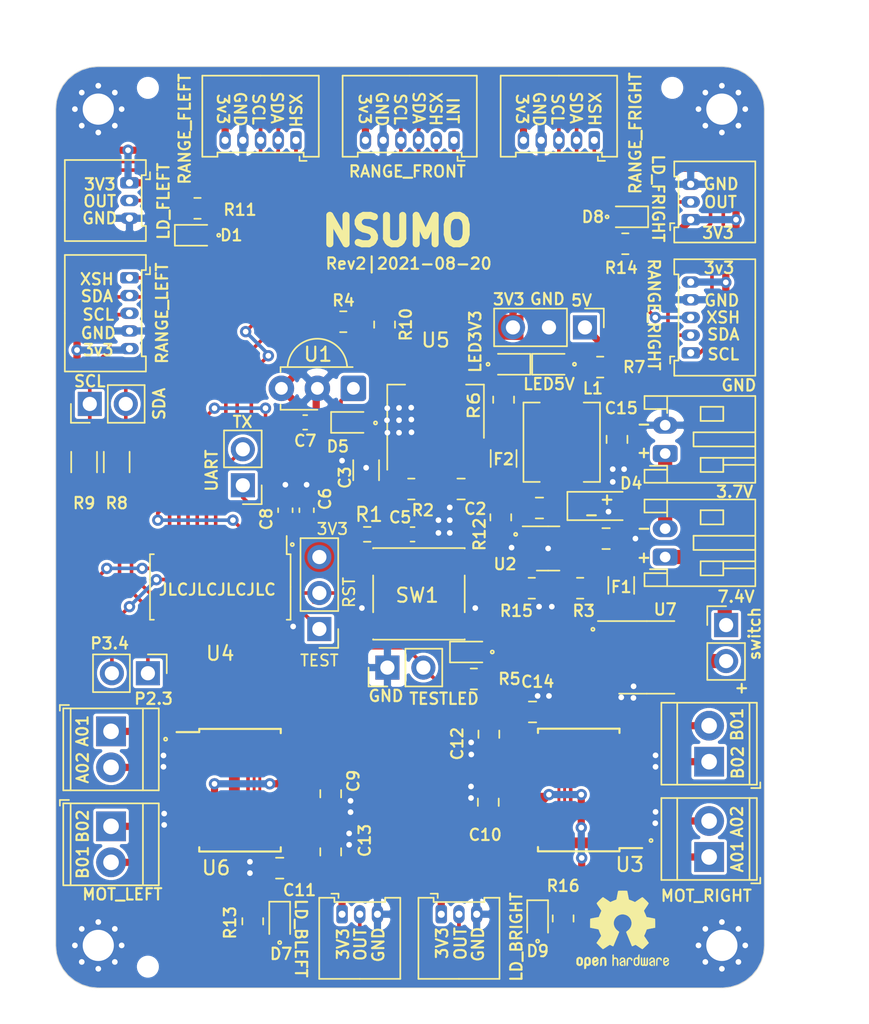
<source format=kicad_pcb>
(kicad_pcb (version 20240108) (generator "pcbnew") (generator_version "8.0")
  (layers (0 "F.Cu" jumper) (31 "B.Cu" signal) (34 "B.Paste" user) (35 "F.Paste" user) (36 "B.SilkS" user "B.Silkscreen") (37 "F.SilkS" user "F.Silkscreen") (38 "B.Mask" user) (39 "F.Mask" user) (44 "Edge.Cuts" user))
  (net 0 "")
  (net 1 "GND")
  (net 2 "Net-(C1-Pad1)")
  (net 3 "Net-(C2-Pad1)")
  (net 4 "+5V")
  (net 5 "+3V3")
  (net 6 "RST")
  (net 7 "Net-(C7-Pad1)")
  (net 8 "+BATT")
  (net 9 "Net-(D3-Pad2)")
  (net 10 "Net-(D5-Pad2)")
  (net 11 "IR_RECEIVER")
  (net 12 "Net-(D6-Pad2)")
  (net 13 "SCL")
  (net 14 "SDA")
  (net 15 "Net-(J3-Pad1)")
  (net 16 "LD_FRONT_LEFT")
  (net 17 "LD_BACK_LEFT")
  (net 18 "LD_FRONT_RIGHT")
  (net 19 "LD_BACK_RIGHT")
  (net 20 "MOTS_RIGHT_PWM")
  (net 21 "MOTS_LEFT_PWM")
  (net 22 "Net-(C3-Pad1)")
  (net 23 "Net-(C4-Pad1)")
  (net 24 "Net-(D2-Pad2)")
  (net 25 "Net-(J3-Pad2)")
  (net 26 "Net-(C4-Pad2)")
  (net 27 "Net-(R12-Pad2)")
  (net 28 "Net-(R3-Pad2)")
  (net 29 "Net-(SW2-Pad2)")
  (net 30 "SBWTCK")
  (net 31 "XSHUT_LEFT")
  (net 32 "XSHUT_FRONT")
  (net 33 "INT_FRONT")
  (net 34 "XSHUT_FLEFT")
  (net 35 "XSHUT_FRIGHT")
  (net 36 "UNUSED_2")
  (net 37 "UNUSED_1")
  (net 38 "XSHUT_RIGHT")
  (net 39 "TEST_LED")
  (net 40 "MOTS_RIGHT_CH2")
  (net 41 "MOTS_RIGHT_CH1")
  (net 42 "MOTS_LEFT_CH2")
  (net 43 "MOTS_LEFT_CH1")
  (net 44 "UART_TX")
  (net 45 "UART_RX")
  (net 46 "MR_B01")
  (net 47 "MR_B02")
  (net 48 "MR_A02")
  (net 49 "MR_A01")
  (net 50 "ML_B01")
  (net 51 "ML_B02")
  (net 52 "ML_A02")
  (net 53 "ML_A01")
  (net 54 "Net-(D1-Pad2)")
  (net 55 "Net-(D7-Pad2)")
  (net 56 "Net-(D8-Pad2)")
  (net 57 "Net-(D9-Pad2)")
  (footprint "Capacitor_SMD:C_0603_1608Metric" (layer "F.Cu") (at 138.66 93.34 90)
    (property "Reference" "C8")
    (property "Value" "100nF")
  )
  (footprint "Capacitor_SMD:C_0805_2012Metric" (layer "F.Cu") (at 141.86 113.34 -90)
    (property "Reference" "C9")
    (property "Value" "0.1uF")
  )
  (footprint "Capacitor_SMD:C_0805_2012Metric" (layer "F.Cu") (at 138.26 118.59 180)
    (property "Reference" "C11")
    (property "Value" "0.1uF")
  )
  (footprint "Capacitor_SMD:C_0805_2012Metric" (layer "F.Cu") (at 153.02 109.14 -90)
    (property "Reference" "C12")
    (property "Value" "0.1uF")
  )
  (footprint "Capacitor_SMD:C_0805_2012Metric" (layer "F.Cu") (at 141.86 117.44 90)
    (property "Reference" "C13")
    (property "Value" "10uF")
  )
  (footprint "Capacitor_SMD:C_0805_2012Metric" (layer "F.Cu") (at 156.1 107.57)
    (property "Reference" "C14")
    (property "Value" "10uF")
  )
  (footprint "LED_SMD:LED_0603_1608Metric" (layer "F.Cu") (at 151.76 103.34)
    (property "Reference" "D6")
    (property "Value" "BLUE")
  )
  (footprint "MountingHole:MountingHole_2.2mm_M2_Pad_Via" (layer "F.Cu") (at 169.46 124.04)
    (property "Reference" "H1")
    (property "Value" "MountingHole_Pad")
  )
  (footprint "MountingHole:MountingHole_2.2mm_M2_Pad_Via" (layer "F.Cu") (at 125.46 124.04)
    (property "Reference" "H2")
    (property "Value" "MountingHole_Pad")
  )
  (footprint "MountingHole:MountingHole_2.2mm_M2_Pad_Via" (layer "F.Cu") (at 169.46 65.04)
    (property "Reference" "H3")
    (property "Value" "MountingHole_Pad")
  )
  (footprint "MountingHole:MountingHole_2.2mm_M2_Pad_Via" (layer "F.Cu") (at 125.46 65.04)
    (property "Reference" "H4")
    (property "Value" "MountingHole_Pad")
  )
  (footprint "Connector_Molex:Molex_PicoBlade_53048-0510_1x05_P1.25mm_Horizontal" (layer "F.Cu") (at 127.66 76.94 -90)
    (property "Reference" "J1")
    (property "Value" "Range_sensor_left")
  )
  (footprint "Connector_Molex:Molex_PicoBlade_53048-0510_1x05_P1.25mm_Horizontal" (layer "F.Cu") (at 139.41 67.24 180)
    (property "Reference" "J4")
    (property "Value" "Range_sensor_front_left")
  )
  (footprint "Connector_JST:JST_PH_S2B-PH-K_1x02_P2.00mm_Horizontal" (layer "F.Cu") (at 165.46 89.34 90)
    (property "Reference" "J5")
    (property "Value" "BattConn0")
  )
  (footprint "Connector_Molex:Molex_PicoBlade_53048-0510_1x05_P1.25mm_Horizontal" (layer "F.Cu") (at 160.46 67.24 180)
    (property "Reference" "J7")
    (property "Value" "Range_sensor_front_right")
  )
  (footprint "Connector_Molex:Molex_PicoBlade_53048-0510_1x05_P1.25mm_Horizontal" (layer "F.Cu") (at 167.26 82.24 90)
    (property "Reference" "J9")
    (property "Value" "Range_sensor_right")
  )
  (footprint "Connector_PinHeader_2.54mm:PinHeader_1x02_P2.54mm_Vertical" (layer "F.Cu") (at 135.66 91.58 180)
    (property "Reference" "J10")
    (property "Value" "UART")
  )
  (footprint "Custom_Connectors:Molex_PicoBlade_53048-0310_1x03_P1.25mm_Horizontal" (layer "F.Cu") (at 127.66 70.24 -90)
    (property "Reference" "J19")
    (property "Value" "Ld_front_left")
  )
  (footprint "Resistor_SMD:R_0603_1608Metric" (layer "F.Cu") (at 144.435 95.04 180)
    (property "Reference" "R1")
    (property "Value" "47k")
  )
  (footprint "Custom_SSOP:SSOP-24_5.3x8.2mm_P0.65mm_LongPads" (layer "F.Cu") (at 159.36 113.076 180)
    (property "Reference" "U3")
    (property "Value" "TB6612FNG")
  )
  (footprint "Package_SO:TSSOP-28_4.4x9.7mm_P0.65mm" (layer "F.Cu") (at 134.068 98.753 -90)
    (property "Reference" "U4")
    (property "Value" "MSP430G2553IPW28")
  )
  (footprint "Custom_SSOP:SSOP-24_5.3x8.2mm_P0.65mm_LongPads" (layer "F.Cu") (at 135.46 113.091)
    (property "Reference" "U6")
    (property "Value" "TB6612FNG")
  )
  (footprint "Custom_Connectors:TerminalBlock_TE_282834-2_1x02_P2.54mm_Horizont" (layer "F.Cu") (at 168.56 117.803 90)
    (property "Reference" "J15")
    (property "Value" "MOT_BACK_RIGHT")
  )
  (footprint "LED_SMD:LED_0603_1608Metric" (layer "F.Cu") (at 157.56 83.04)
    (property "Reference" "D3")
    (property "Value" "YELLOW")
  )
  (footprint "Capacitor_SMD:C_0805_2012Metric" (layer "F.Cu") (at 152.98 113.94 90)
    (property "Reference" "C10")
    (property "Value" "0.1uF")
  )
  (footprint "Custom_Connectors:Molex_PicoBlade_53048-0310_1x03_P1.25mm_Horizontal" (layer "F.Cu") (at 149.66 121.84)
    (property "Reference" "J22")
    (property "Value" "Ld_back_right")
  )
  (footprint "Custom_Connectors:Molex_PicoBlade_53048-0310_1x03_P1.25mm_Horizontal" (layer "F.Cu") (at 167.26 72.84 90)
    (property "Reference" "J21")
    (property "Value" "Ld_front_right")
  )
  (footprint "OptoDevice:Vishay_MINICAST-3Pin" (layer "F.Cu") (at 143.46 84.74 180)
    (property "Reference" "U1")
    (property "Value" "TSOP382xx")
  )
  (footprint "LED_SMD:LED_0603_1608Metric" (layer "F.Cu") (at 143.3725 87.14)
    (property "Reference" "D5")
    (property "Value" "RED")
  )
  (footprint "Capacitor_SMD:C_0603_1608Metric" (layer "F.Cu") (at 140.06 87.14)
    (property "Reference" "C7")
    (property "Value" "1uF")
  )
  (footprint "Connector_JST:JST_PH_S2B-PH-K_1x02_P2.00mm_Horizontal" (layer "F.Cu") (at 165.46 96.64 90)
    (property "Reference" "J3")
    (property "Value" "BattConn1")
  )
  (footprint "Capacitor_SMD:C_0603_1608Metric" (layer "F.Cu") (at 147.635 95.04)
    (property "Reference" "C5")
    (property "Value" "1nF")
  )
  (footprint "Capacitor_SMD:C_0603_1608Metric" (layer "F.Cu") (at 140.16 93.34 90)
    (property "Reference" "C6")
    (property "Value" "10uF")
  )
  (footprint "Custom_Connectors:TerminalBlock_TE_282834-2_1x02_P2.54mm_Horizont" (layer "F.Cu") (at 168.56 111.08 90)
    (property "Reference" "J14")
    (property "Value" "MOT_FRONT_RIGHT")
  )
  (footprint "Capacitor_SMD:C_0805_2012Metric" (layer "F.Cu") (at 151.06 91.84 180)
    (property "Reference" "C2")
    (property "Value" "1uF")
  )
  (footprint "Capacitor_SMD:C_1206_3216Metric" (layer "F.Cu") (at 144.36 90.515 90)
    (property "Reference" "C3")
    (property "Value" "47uF")
  )
  (footprint "LED_SMD:LED_0603_1608Metric" (layer "F.Cu") (at 154.46 83.04 180)
    (property "Reference" "D2")
    (property "Value" "GREEN")
  )
  (footprint "Connector_Molex:Molex_PicoBlade_53048-0610_1x06_P1.25mm_Horizontal" (layer "F.Cu") (at 150.56 67.24 180)
    (property "Reference" "J2")
    (property "Value" "Range_sensor_front")
  )
  (footprint "Connector_PinHeader_2.54mm:PinHeader_1x02_P2.54mm_Vertical" (layer "F.Cu") (at 124.86 85.84 90)
    (property "Reference" "J6")
    (property "Value" "I2C")
  )
  (footprint "Resistor_SMD:R_0805_2012Metric" (layer "F.Cu") (at 147.5475 91.84 180)
    (property "Reference" "R2")
    (property "Value" "1")
  )
  (footprint "Resistor_SMD:R_0805_2012Metric" (layer "F.Cu") (at 154.06 85.54 90)
    (property "Reference" "R6")
    (property "Value" "1k")
  )
  (footprint "Resistor_SMD:R_0805_2012Metric" (layer "F.Cu") (at 160.8725 83.24 180)
    (property "Reference" "R7")
    (property "Value" "1k")
  )
  (footprint "Resistor_SMD:R_1206_3216Metric" (layer "F.Cu") (at 126.76 89.94 90)
    (property "Reference" "R8")
    (property "Value" "10k")
  )
  (footprint "Resistor_SMD:R_1206_3216Metric" (layer "F.Cu") (at 124.46 89.94 90)
    (property "Reference" "R9")
    (property "Value" "10k")
  )
  (footprint "Resistor_SMD:R_0805_2012Metric" (layer "F.Cu") (at 145.66 80.24 -90)
    (property "Reference" "R10")
    (property "Value" "100")
  )
  (footprint "Package_TO_SOT_SMD:SOT-223-3_TabPin2" (layer "F.Cu") (at 149.26 86.385 90)
    (property "Reference" "U5")
    (property "Value" "AMS1117-3.3")
  )
  (footprint "Capacitor_SMD:C_0805_2012Metric" (layer "F.Cu") (at 161.291 95.34)
    (property "Reference" "C1")
    (property "Value" "10uF")
  )
  (footprint "Capacitor_SMD:C_0805_2012Metric" (layer "F.Cu") (at 156.587 93.181)
    (property "Reference" "C4")
    (property "Value" "10nF")
  )
  (footprint "Diode_SMD:D_SOD-123" (layer "F.Cu") (at 160.81 93.04)
    (property "Reference" "D4")
    (property "Value" "B5819W")
  )
  (footprint "Fuse:Fuse_1206_3216Metric" (layer "F.Cu") (at 154.06 89.69 90)
    (property "Reference" "F2")
    (property "Value" "750mA")
  )
  (footprint "Inductor_SMD:L_Sunlord_MWSA0518_5.4x5.2mm" (layer "F.Cu") (at 158.16 88.54 90)
    (property "Reference" "L1")
    (property "Value" "10uH")
  )
  (footprint "Resistor_SMD:R_0805_2012Metric" (layer "F.Cu") (at 159.46 98.84 180)
    (property "Reference" "R3")
    (property "Value" "100k")
  )
  (footprint "Resistor_SMD:R_0805_2012Metric" (layer "F.Cu") (at 153.86 93.84 -90)
    (property "Reference" "R12")
    (property "Value" "49.9k")
  )
  (footprint "Resistor_SMD:R_0805_2012Metric" (layer "F.Cu") (at 156.0475 98.84)
    (property "Reference" "R15")
    (property "Value" "9.53k")
  )
  (footprint "Package_TO_SOT_SMD:TSOT-23-6" (layer "F.Cu") (at 157.201 96.036)
    (property "Reference" "U2")
    (property "Value" "MP2359")
  )
  (footprint "Button_Switch_SMD:SW_Push_1P1T_NO_6x6mm_H9.5mm" (layer "F.Cu") (at 148.085 99.24 180)
    (property "Reference" "SW1")
    (property "Value" "SW_DPST_x2")
  )
  (footprint "Connector_PinHeader_2.54mm:PinHeader_1x02_P2.54mm_Vertical" (layer "F.Cu") (at 169.76 101.44)
    (property "Reference" "SW2")
    (property "Value" "SW_SPST")
  )
  (footprint "Fuse:Fuse_1206_3216Metric" (layer "F.Cu") (at 162.36 98.64 90)
    (property "Reference" "F1")
    (property "Value" "750mA")
  )
  (footprint "Custom_Connectors:Molex_PicoBlade_53048-0310_1x03_P1.25mm_Horizontal" (layer "F.Cu") (at 142.66 121.84)
    (property "Reference" "J20")
    (property "Value" "Ld_back_left")
  )
  (footprint "Connector_PinHeader_2.54mm:PinHeader_1x03_P2.54mm_Vertical" (layer "F.Cu") (at 141.06 101.72 180)
    (property "Reference" "J11")
    (property "Value" "SWD")
  )
  (footprint "Connector_PinHeader_2.54mm:PinHeader_1x02_P2.54mm_Vertical" (layer "F.Cu") (at 145.86 104.44 90)
    (property "Reference" "J12")
    (property "Value" "LED")
  )
  (footprint "Resistor_SMD:R_0805_2012Metric" (layer "F.Cu") (at 151.96 105.24)
    (property "Reference" "R5")
    (property "Value" "470")
  )
  (footprint "Custom_Drillholes:DrillHoleJLC_1.152_1.3" (layer "F.Cu") (at 128.96 63.54)
    (property "Reference" "REF**" (hide yes))
    (property "Value" "DrillHoleJLC_1.152_1.3")
  )
  (footprint "Custom_Drillholes:DrillHoleJLC_1.152_1.3" (layer "F.Cu") (at 165.96 63.54)
    (property "Reference" "REF**" (hide yes))
    (property "Value" "DrillHoleJLC_1.152_1.3")
  )
  (footprint "Custom_Drillholes:DrillHoleJLC_1.152_1.3" (layer "F.Cu") (at 128.96 125.54)
    (property "Reference" "REF**" (hide yes))
    (property "Value" "DrillHoleJLC_1.152_1.3")
  )
  (footprint "Capacitor_SMD:C_0805_2012Metric" (layer "F.Cu") (at 162.06 88.34 -90)
    (property "Reference" "C15")
    (property "Value" "22uF")
  )
  (footprint "Connector_PinHeader_2.54mm:PinHeader_1x03_P2.54mm_Vertical" (layer "F.Cu") (at 159.8 80.44 -90)
    (property "Reference" "J13")
    (property "Value" "PWR")
  )
  (footprint "Resistor_SMD:R_0805_2012Metric" (layer "F.Cu") (at 142.7475 80.04)
    (property "Reference" "R4")
    (property "Value" "470")
  )
  (footprint "Symbol:OSHW-Logo2_7.3x6mm_SilkScreen" (layer "F.Cu") (at 162.46 122.94)
    (property "Reference" "REF**" (hide yes))
    (property "Value" "OSHW-Logo2_7.3x6mm_SilkScreen" (hide yes))
  )
  (footprint "Connector_PinHeader_2.54mm:PinHeader_1x02_P2.54mm_Vertical" (layer "F.Cu") (at 128.96 104.84 -90)
    (property "Reference" "J8")
    (property "Value" "UNUSED")
  )
  (footprint "Package_SO:SOP-8_3.9x4.9mm_P1.27mm" (layer "F.Cu") (at 164.16 103.72)
    (property "Reference" "U7")
    (property "Value" "RS3E075AT")
  )
  (footprint "Custom_Connectors:TerminalBlock_TE_282834-2_1x02_P2.54mm_Horizont" (layer "F.Cu") (at 126.36 115.64 -90)
    (property "Reference" "J16")
    (property "Value" "MOT_FRONT_LEFT")
  )
  (footprint "Custom_Connectors:TerminalBlock_TE_282834-2_1x02_P2.54mm_Horizont" (layer "F.Cu") (at 126.36 108.94 -90)
    (property "Reference" "J17")
    (property "Value" "MOT_BACK_LEFT")
  )
  (footprint "LED_SMD:LED_0603_1608Metric" (layer "F.Cu") (at 132.3475 73.94)
    (property "Reference" "D1")
    (property "Value" "RED")
  )
  (footprint "LED_SMD:LED_0603_1608Metric" (layer "F.Cu") (at 138.26 122.44 -90)
    (property "Reference" "D7")
    (property "Value" "RED")
  )
  (footprint "LED_SMD:LED_0603_1608Metric" (layer "F.Cu") (at 162.7725 72.64 180)
    (property "Reference" "D8")
    (property "Value" "RED")
  )
  (footprint "LED_SMD:LED_0603_1608Metric" (layer "F.Cu") (at 156.46 122.34 -90)
    (property "Reference" "D9")
    (property "Value" "RED")
  )
  (footprint "Resistor_SMD:R_0805_2012Metric" (layer "F.Cu") (at 132.46 72.04)
    (property "Reference" "R11")
    (property "Value" "100")
  )
  (footprint "Resistor_SMD:R_0805_2012Metric" (layer "F.Cu") (at 136.36 122.34 -90)
    (property "Reference" "R13")
    (property "Value" "100")
  )
  (footprint "Resistor_SMD:R_0805_2012Metric" (layer "F.Cu") (at 162.6475 74.54 180)
    (property "Reference" "R14")
    (property "Value" "100")
  )
  (footprint "Resistor_SMD:R_0805_2012Metric" (layer "F.Cu") (at 158.26 122.14 -90)
    (property "Reference" "R16")
    (property "Value" "100")
  )
  (gr_circle (center 139.15 95.76) (end 139.15 95.71) (stroke (width 0.12)) (fill none) (layer "F.SilkS"))
  (gr_circle (center 160.36 101.74) (end 160.36 101.69) (stroke (width 0.12)) (fill none) (layer "F.SilkS"))
  (gr_circle (center 164.46 116.64) (end 164.46 116.59) (stroke (width 0.12)) (fill none) (layer "F.SilkS"))
  (gr_circle (center 130.21 109.49) (end 130.21 109.44) (stroke (width 0.12)) (fill none) (layer "F.SilkS"))
  (gr_circle (center 154.91 95.04) (end 154.91 94.99) (stroke (width 0.12)) (fill none) (layer "F.SilkS"))
  (gr_circle (center 145.02 87.18) (end 145.02 87.13) (stroke (width 0.12)) (fill none) (layer "F.SilkS"))
  (gr_circle (center 153.26 103.34) (end 153.26 103.29) (stroke (width 0.12)) (fill none) (layer "F.SilkS"))
  (gr_circle (center 152.96 83.04) (end 152.96 82.99) (stroke (width 0.12)) (fill none) (layer "F.SilkS"))
  (gr_circle (center 159.06 83.04) (end 159.06 82.99) (stroke (width 0.12)) (fill none) (layer "F.SilkS"))
  (gr_circle (center 133.96 73.94) (end 133.96 73.89) (stroke (width 0.12)) (fill none) (layer "F.SilkS"))
  (gr_circle (center 161.36 72.64) (end 161.36 72.59) (stroke (width 0.12)) (fill none) (layer "F.SilkS"))
  (gr_circle (center 156.46 123.74) (end 156.46 123.69) (stroke (width 0.12)) (fill none) (layer "F.SilkS"))
  (gr_circle (center 138.26 123.84) (end 138.26 123.79) (stroke (width 0.12)) (fill none) (layer "F.SilkS"))
  (gr_line (start 125.46 127.04) (end 169.46 127.04) (stroke (width 0.05)) (layer "Edge.Cuts"))
  (gr_arc (start 122.46 65.04) (mid 123.33868 62.91868) (end 125.46 62.04) (stroke (width 0.05)) (layer "Edge.Cuts"))
  (gr_arc (start 169.46 62.04) (mid 171.58132 62.91868) (end 172.46 65.04) (stroke (width 0.05)) (layer "Edge.Cuts"))
  (gr_line (start 122.46 65.04) (end 122.46 124.04) (stroke (width 0.05)) (layer "Edge.Cuts"))
  (gr_line (start 169.46 62.04) (end 125.46 62.04) (stroke (width 0.05)) (layer "Edge.Cuts"))
  (gr_arc (start 172.46 124.04) (mid 171.58132 126.16132) (end 169.46 127.04) (stroke (width 0.05)) (layer "Edge.Cuts"))
  (gr_line (start 172.46 124.04) (end 172.46 65.04) (stroke (width 0.05)) (layer "Edge.Cuts"))
  (gr_arc (start 125.46 127.04) (mid 123.33868 126.16132) (end 122.46 124.04) (stroke (width 0.05)) (layer "Edge.Cuts"))
  (gr_text "P3.4" (at 126.26 102.74 0) (layer "F.SilkS") (effects (font (size 0.8 0.8))))
  (gr_text "SDA" (at 129.76 85.84 90) (layer "F.SilkS") (effects (font (size 0.8 0.8))))
  (gr_text "SCL" (at 124.86 84.24 0) (layer "F.SilkS") (effects (font (size 0.8 0.8))))
  (gr_text "RANGE_LEFT" (at 129.96 79.44 90) (layer "F.SilkS") (effects (font (size 0.8 0.8))))
  (gr_text "LD_FLEFT" (at 130.06 71.54 90) (layer "F.SilkS") (effects (font (size 0.8 0.8))))
  (gr_text "RANGE_FLEFT" (at 131.56 66.44 90) (layer "F.SilkS") (effects (font (size 0.8 0.8))))
  (gr_text "RANGE_FRONT" (at 147.26 69.44 0) (layer "F.SilkS") (effects (font (size 0.8 0.8))))
  (gr_text "RANGE_FRIGHT" (at 163.36 66.74 90) (layer "F.SilkS") (effects (font (size 0.8 0.8))))
  (gr_text "LD_FRIGHT" (at 164.96 71.34 -90) (layer "F.SilkS") (effects (font (size 0.8 0.8))))
  (gr_text "GND" (at 125.56 72.74 0) (layer "F.SilkS") (effects (font (size 0.8 0.8))))
  (gr_text "OUT" (at 125.56 71.54 0) (layer "F.SilkS") (effects (font (size 0.8 0.8))))
  (gr_text "3V3" (at 125.57 70.35 0) (layer "F.SilkS") (effects (font (size 0.8 0.8))))
  (gr_text "XSH" (at 125.36 77.04 0) (layer "F.SilkS") (effects (font (size 0.8 0.8))))
  (gr_text "SDA" (at 125.36 78.24 0) (layer "F.SilkS") (effects (font (size 0.8 0.8))))
  (gr_text "SCL" (at 125.46 79.54 0) (layer "F.SilkS") (effects (font (size 0.8 0.8))))
  (gr_text "GND" (at 125.46 80.84 0) (layer "F.SilkS") (effects (font (size 0.8 0.8))))
  (gr_text "3v3" (at 125.46 82.04 0) (layer "F.SilkS") (effects (font (size 0.8 0.8))))
  (gr_text "GND" (at 135.46 65.04 270) (layer "F.SilkS") (effects (font (size 0.8 0.8))))
  (gr_text "3v3" (at 134.26 65.04 270) (layer "F.SilkS") (effects (font (size 0.8 0.8))))
  (gr_text "SDA" (at 138.06 64.94 270) (layer "F.SilkS") (effects (font (size 0.8 0.8))))
  (gr_text "SCL" (at 136.76 65.04 270) (layer "F.SilkS") (effects (font (size 0.8 0.8))))
  (gr_text "XSH" (at 139.36 65.14 -90) (layer "F.SilkS") (effects (font (size 0.8 0.8))))
  (gr_text "SCL" (at 157.86 65.04 270) (layer "F.SilkS") (effects (font (size 0.8 0.8))))
  (gr_text "SDA" (at 159.16 64.94 270) (layer "F.SilkS") (effects (font (size 0.8 0.8))))
  (gr_text "GND" (at 156.56 65.04 270) (layer "F.SilkS") (effects (font (size 0.8 0.8))))
  (gr_text "3v3" (at 155.36 65.04 270) (layer "F.SilkS") (effects (font (size 0.8 0.8))))
  (gr_text "XSH" (at 160.46 65.04 -90) (layer "F.SilkS") (effects (font (size 0.8 0.8))))
  (gr_text "SDA" (at 169.56 80.94 0) (layer "F.SilkS") (effects (font (size 0.8 0.8))))
  (gr_text "GND" (at 169.46 78.54 0) (layer "F.SilkS") (effects (font (size 0.8 0.8))))
  (gr_text "XSH" (at 169.56 79.74 0) (layer "F.SilkS") (effects (font (size 0.8 0.8))))
  (gr_text "SCL" (at 169.56 82.34 0) (layer "F.SilkS") (effects (font (size 0.8 0.8))))
  (gr_text "3v3" (at 169.26 76.24 0) (layer "F.SilkS") (effects (font (size 0.8 0.8))))
  (gr_text "GND" (at 169.41 70.33 0) (layer "F.SilkS") (effects (font (size 0.8 0.8))))
  (gr_text "3V3" (at 169.19 73.77 0) (layer "F.SilkS") (effects (font (size 0.8 0.8))))
  (gr_text "OUT" (at 169.36 71.6 0) (layer "F.SilkS") (effects (font (size 0.8 0.8))))
  (gr_text "SCL" (at 146.76 65.04 270) (layer "F.SilkS") (effects (font (size 0.8 0.8))))
  (gr_text "SDA" (at 148.06 64.94 270) (layer "F.SilkS") (effects (font (size 0.8 0.8))))
  (gr_text "GND" (at 145.46 65.04 270) (layer "F.SilkS") (effects (font (size 0.8 0.8))))
  (gr_text "3v3" (at 144.26 65.04 270) (layer "F.SilkS") (effects (font (size 0.8 0.8))))
  (gr_text "XSH" (at 149.26 65.04 -90) (layer "F.SilkS") (effects (font (size 0.8 0.8))))
  (gr_text "INT" (at 150.46 65.14 270) (layer "F.SilkS") (effects (font (size 0.8 0.8))))
  (gr_text "GND" (at 152.25 123.96 90) (layer "F.SilkS") (effects (font (size 0.8 0.8))))
  (gr_text "3V3" (at 149.72 123.87 90) (layer "F.SilkS") (effects (font (size 0.8 0.8))))
  (gr_text "OUT" (at 151.02 123.91 90) (layer "F.SilkS") (effects (font (size 0.8 0.8))))
  (gr_text "GND" (at 145.22 124 90) (layer "F.SilkS") (effects (font (size 0.8 0.8))))
  (gr_text "3V3" (at 142.73 123.94 90) (layer "F.SilkS") (effects (font (size 0.8 0.8))))
  (gr_text "OUT" (at 143.95 123.97 90) (layer "F.SilkS") (effects (font (size 0.8 0.8))))
  (gr_text "LD_BRIGHT" (at 154.96 123.44 90) (layer "F.SilkS") (effects (font (size 0.8 0.8))))
  (gr_text "LD_BLEFT" (at 139.76 123.54 -90) (layer "F.SilkS") (effects (font (size 0.8 0.8))))
  (gr_text "GND" (at 170.66 84.529 0) (layer "F.SilkS") (effects (font (size 0.8 0.8))))
  (gr_text "+" (at 163.96 89.24 0) (layer "F.SilkS") (effects (font (size 0.8 0.8))))
  (gr_text "+" (at 163.96 96.64 0) (layer "F.SilkS") (effects (font (size 0.8 0.8))))
  (gr_text "switch" (at 171.76 102.04 90) (layer "F.SilkS") (effects (font (size 0.8 0.8))))
  (gr_text "3V3" (at 154.43 78.46 0) (layer "F.SilkS") (effects (font (size 0.8 0.8))))
  (gr_text "5V" (at 159.56 78.54 0) (layer "F.SilkS") (effects (font (size 0.8 0.8))))
  (gr_text "LED3V3" (at 152.06 81.44 90) (layer "F.SilkS") (effects (font (size 0.8 0.8))))
  (gr_text "LED5V" (at 157.26 84.44 0) (layer "F.SilkS") (effects (font (size 0.8 0.8))))
  (gr_text "RST" (at 143.16 99.14 90) (layer "F.SilkS") (effects (font (size 0.8 0.8) (thickness 0.125))))
  (gr_text "3V3" (at 141.98 94.66 0) (layer "F.SilkS") (effects (font (size 0.8 0.8) (thickness 0.125))))
  (gr_text "TESTLED" (at 149.86 106.64 0) (layer "F.SilkS") (effects (font (size 0.8 0.8))))
  (gr_text "GND" (at 145.76 106.44 0) (layer "F.SilkS") (effects (font (size 0.8 0.8))))
  (gr_text "TEST" (at 141.06 103.94 0) (layer "F.SilkS") (effects (font (size 0.8 0.8) (thickness 0.125))))
  (gr_text "MOT_LEFT" (at 127.16 120.44 0) (layer "F.SilkS") (effects (font (size 0.8 0.8))))
  (gr_text "+" (at 170.86 105.84 0) (layer "F.SilkS") (effects (font (size 0.8 0.8))))
  (gr_text "MOT_RIGHT" (at 168.36 120.54 0) (layer "F.SilkS") (effects (font (size 0.8 0.8))))
  (gr_text "Rev2|2021-08-20" (at 147.36 75.94 0) (layer "F.SilkS") (effects (font (size 0.8 0.8))))
  (gr_text "JLCJLCJLCJLC" (at 133.86 98.94 0) (layer "F.SilkS") (effects (font (size 0.8 0.8))))
  (gr_text "UART" (at 133.46 90.54 90) (layer "F.SilkS") (effects (font (size 0.8 0.8))))
  (gr_text "-" (at 163.96 87.24 0) (layer "F.SilkS") (effects (font (size 0.8 0.8))))
  (gr_text "-" (at 163.96 94.59 0) (layer "F.SilkS") (effects (font (size 0.8 0.8))))
  (gr_text "+" (at 161.36 92.54 0) (layer "F.SilkS") (effects (font (size 0.8 0.8))))
  (gr_text "-" (at 160.26 93.64 0) (layer "F.SilkS") (effects (font (size 0.8 0.8))))
  (gr_text "3.7V" (at 170.36 92.04 0) (layer "F.SilkS") (effects (font (size 0.8 0.8))))
  (gr_text "7.4V" (at 170.46 99.44 0) (layer "F.SilkS") (effects (font (size 0.8 0.8))))
  (gr_text "NSUMO" (at 146.56 73.64 0) (layer "F.SilkS") (effects (font (size 2 2) (thickness 0.5))))
  (gr_text "B01" (at 170.54 108.45 90) (layer "F.SilkS") (effects (font (size 0.8 0.8))))
  (gr_text "GND" (at 157.15 78.44 0) (layer "F.SilkS") (effects (font (size 0.8 0.8))))
  (gr_text "A01" (at 124.34 108.9 90) (layer "F.SilkS") (effects (font (size 0.8 0.8))))
  (gr_text "A02" (at 124.36 111.5 90) (layer "F.SilkS") (effects (font (size 0.8 0.8))))
  (gr_text "B02" (at 124.36 115.63 90) (layer "F.SilkS") (effects (font (size 0.8 0.8))))
  (gr_text "A02" (at 170.53 115.3 90) (layer "F.SilkS") (effects (font (size 0.8 0.8))))
  (gr_text "TX" (at 135.64 87.11 0) (layer "F.SilkS") (effects (font (size 0.8 0.8))))
  (gr_text "RANGE_RIGHT" (at 164.66 79.54 -90) (layer "F.SilkS") (effects (font (size 0.8 0.8))))
  (gr_text "B01" (at 124.36 118.18 90) (layer "F.SilkS") (effects (font (size 0.8 0.8))))
  (gr_text "P2.3" (at 129.36 106.64 0) (layer "F.SilkS") (effects (font (size 0.8 0.8))))
  (gr_text "B02" (at 170.58 111.14 90) (layer "F.SilkS") (effects (font (size 0.8 0.8))))
  (gr_text "A01" (at 170.55 117.77 90) (layer "F.SilkS") (effects (font (size 0.8 0.8))))
  (segment (start 161.86 90.44) (end 161.86 89.115) (width 0.508) (layer "F.Cu") (net 1))
  (segment (start 162.36 91.44) (end 161.86 90.94) (width 0.508) (layer "F.Cu") (net 1))
  (segment (start 130.084 114.716) (end 130.06 114.74) (width 0.3556) (layer "F.Cu") (net 1))
  (segment (start 155.435 83.04) (end 157.0725 83.04) (width 0.508) (layer "F.Cu") (net 1))
  (segment (start 157.201 98.599) (end 156.96 98.84) (width 0.508) (layer "F.Cu") (net 1))
  (segment (start 146.36 86.74) (end 146.36 87.84) (width 0.762) (layer "F.Cu") (net 1))
  (segment (start 162.46 91.54) (end 162.36 91.44) (width 0.508) (layer "F.Cu") (net 1))
  (segment (start 140.835 87.04) (end 140.835 84.825) (width 0.508) (layer "F.Cu") (net 1))
  (segment (start 139.1345 101.6155) (end 139.21 101.54) (width 0.254) (layer "F.Cu") (net 1))
  (segment (start 157.0725 83.04) (end 157.0725 82.7525) (width 0.508) (layer "F.Cu") (net 1))
  (segment (start 152.06 101.54) (end 150.9725 102.6275) (width 0.254) (layer "F.Cu") (net 1))
  (segment (start 157.201 96.036) (end 155.891 96.036) (width 0.762) (layer "F.Cu") (net 1))
  (segment (start 155.8975 82.5775) (end 155.435 83.04) (width 0.508) (layer "F.Cu") (net 1))
  (segment (start 156.1975 82.2775) (end 155.8975 82.5775) (width 0.508) (layer "F.Cu") (net 1))
  (segment (start 145.165 89.535) (end 144.36 90.34) (width 0.762) (layer "F.Cu") (net 1))
  (segment (start 147.56 87.84) (end 147.56 88.935) (width 0.762) (layer "F.Cu") (net 1))
  (segment (start 161.86 90.94) (end 161.86 90.44) (width 0.508) (layer "F.Cu") (net 1))
  (segment (start 146.74 86.1) (end 146.68 86.04) (width 0.2) (layer "F.Cu") (net 1))
  (segment (start 147.56 87.84) (end 146.36 87.84) (width 0.762) (layer "F.Cu") (net 1))
  (segment (start 162.46 93.04) (end 162.06 93.44) (width 0.508) (layer "F.Cu") (net 1))
  (segment (start 138.66 92.64) (end 138.66 91.54) (width 0.508) (layer "F.Cu") (net 1))
  (segment (start 162.241 95.386) (end 163.314 95.386) (width 0.508) (layer "F.Cu") (net 1))
  (segment (start 157.0725 82.7525) (end 156.3975 82.0775) (width 0.508) (layer "F.Cu") (net 1))
  (segment (start 163.1296 114.701) (end 163.521 114.701) (width 0.3556) (layer "F.Cu") (net 1))
  (segment (start 157.26 81.215) (end 156.3975 82.0775) (width 0.508) (layer "F.Cu") (net 1))
  (segment (start 143.16 90.34) (end 142.66 89.84) (width 0.762) (layer "F.Cu") (net 1))
  (segment (start 147.56 86.74) (end 147.56 87.84) (width 0.762) (layer "F.Cu") (net 1))
  (segment (start 156.9725 82.2525) (end 156.9725 80.6275) (width 0.508) (layer "F.Cu") (net 1))
  (segment (start 146.68 86.99) (end 145.83 86.99) (width 0.25) (layer "F.Cu") (net 1))
  (segment (start 147.55 86.99) (end 147.55 86.11) (width 0.25) (layer "F.Cu") (net 1))
  (segment (start 146.96 89.535) (end 145.165 89.535) (width 0.762) (layer "F.Cu") (net 1))
  (segment (start 163.23 106.57) (end 163.22 106.58) (width 0.25) (layer "F.Cu") (net 1))
  (segment (start 131.608 114.716) (end 131.608 115.366) (width 0.254) (layer "F.Cu") (net 1))
  (segment (start 157.201 96.036) (end 157.201 98.599) (width 0.508) (layer "F.Cu") (net 1))
  (segment (start 146.371158 90.04) (end 146.918079 89.493079) (width 0.508) (layer "F.Cu") (net 1))
  (segment (start 157.26 80.44) (end 157.26 81.215) (width 0.508) (layer "F.Cu") (net 1))
  (segment (start 162.241 93.259) (end 162.46 93.04) (width 0.254) (layer "F.Cu") (net 1))
  (segment (start 154.682 96.036) (end 155.891 96.036) (width 0.762) (layer "F.Cu") (net 1))
  (segment (start 146.465 89.04) (end 146.96 89.535) (width 0.762) (layer "F.Cu") (net 1))
  (segment (start 146.96 89.535) (end 146.96 88.94) (width 0.508) (layer "F.Cu") (net 1))
  (segment (start 143.56 89.84) (end 144.36 89.04) (width 0.762) (layer "F.Cu") (net 1))
  (segment (start 146.96 89.535) (end 146.96 88.44) (width 0.762) (layer "F.Cu") (net 1))
  (segment (start 163.095 105.625) (end 163.23 105.76) (width 0.25) (layer "F.Cu") (net 1))
  (segment (start 146.36 87.84) (end 146.46 87.84) (width 0.762) (layer "F.Cu") (net 1))
  (segment (start 157.041 107.742) (end 157.041 107.421) (width 0.508) (layer "F.Cu") (net 1))
  (segment (start 147.54 86.1) (end 146.74 86.1) (width 0.2) (layer "F.Cu") (net 1))
  (segment (start 147.56 88.935) (end 146.96 89.535) (width 0.762) (layer "F.Cu") (net 1))
  (segment (start 146.96 88.44) (end 146.36 87.84) (width 0.762) (layer "F.Cu") (net 1))
  (segment (start 155.56 82.965) (end 155.435 82.84) (width 0.508) (layer "F.Cu") (net 1))
  (segment (start 162.06 93.44) (end 161.46 93.44) (width 0.508) (layer "F.Cu") (net 1))
  (segment (start 150.9725 102.6275) (end 150.9725 103.34) (width 0.254) (layer "F.Cu") (net 1))
  (segment (start 140.16 92.665) (end 140.16 91.44) (width 0.508) (layer "F.Cu") (net 1))
  (segment (start 162.46 93.04) (end 162.46 91.54) (width 0.508) (layer "F.Cu") (net 1))
  (segment (start 155.891 96.036) (end 157.296998 96.036) (width 0.254) (layer "F.Cu") (net 1))
  (segment (start 146.36 88.935) (end 146.96 89.535) (width 0.762) (layer "F.Cu") (net 1))
  (segment (start 163.314 95.386) (end 163.36 95.34) (width 0.508) (layer "F.Cu") (net 1))
  (segment (start 162.4 106.58) (end 162.36 106.54) (width 0.25) (layer "F.Cu") (net 1))
  (segment (start 152.06 101.49) (end 152.06 100.24) (width 0.508) (layer "F.Cu") (net 1))
  (segment (start 140.835 84.825) (end 140.92 84.74) (width 0.508) (layer "F.Cu") (net 1))
  (segment (start 153.549 112.751) (end 153.36 112.94) (width 0.3556) (layer "F.Cu") (net 1))
  (segment (start 156.3975 82.0775) (end 156.1975 82.2775) (width 0.508) (layer "F.Cu") (net 1))
  (segment (start 144.11 100.09) (end 144.06 100.04) (width 0.254) (layer "F.Cu") (net 1))
  (segment (start 155.435 83.04) (end 156.185 83.04) (width 0.508) (layer "F.Cu") (net 1))
  (segment (start 146.36 87.84) (end 146.36 88.935) (width 0.762) (layer "F.Cu") (net 1))
  (segment (start 146.96 88.44) (end 147.56 87.84) (width 0.762) (layer "F.Cu") (net 1))
  (segment (start 139.21 101.54) (end 138.37251 101.54) (width 0.508) (layer "F.Cu") (net 1))
  (segment (start 148.31 95.14) (end 148.41 95.04) (width 0.508) (layer "F.Cu") (net 1))
  (segment (start 148.36 95.09) (end 148.41 95.04) (width 0.508) (layer "F.Cu") (net 1))
  (segment (start 144.36 90.34) (end 144.36 89.04) (width 0.762) (layer "F.Cu") (net 1))
  (segment (start 157.0725 83.04) (end 156.96 83.04) (width 0.508) (layer "F.Cu") (net 1))
  (segment (start 142.66 89.84) (end 143.56 89.84) (width 0.762) (layer "F.Cu") (net 1))
  (segment (start 156.36 83.04) (end 155.8975 82.5775) (width 0.508) (layer "F.Cu") (net 1))
  (segment (start 138.293 101.6155) (end 139.1345 101.6155) (width 0.254) (layer "F.Cu") (net 1))
  (segment (start 156.185 83.04) (end 156.9725 82.2525) (width 0.508) (layer "F.Cu") (net 1))
  (segment (start 156.96 83.04) (end 156.1975 82.2775) (width 0.508) (layer "F.Cu") (net 1))
  (segment (start 163.22 106.58) (end 162.4 106.58) (width 0.25) (layer "F.Cu") (net 1))
  (segment (start 145.86 86.04) (end 145.85 86.03) (width 0.2) (layer "F.Cu") (net 1))
  (segment (start 147.56 87.84) (end 147.46 87.84) (width 0.762) (layer "F.Cu") (net 1))
  (segment (start 162.46 95.121) (end 162.241 95.34) (width 0.508) (layer "F.Cu") (net 1))
  (segment (start 157.296998 96.036) (end 157.300998 96.04) (width 0.254) (layer "F.Cu") (net 1))
  (segment (start 147.46 87.84) (end 146.36 86.74) (width 0.762) (layer "F.Cu") (net 1))
  (segment (start 163.23 105.76) (end 163.23 106.57) (width 0.25) (layer "F.Cu") (net 1))
  (segment (start 157.0725 83.04) (end 156.36 83.04) (width 0.508) (layer "F.Cu") (net 1))
  (segment (start 154.621 95.975) (end 154.682 96.036) (width 0.762) (layer "F.Cu") (net 1))
  (segment (start 157.26 82.8525) (end 157.0725 83.04) (width 0.508) (layer "F.Cu") (net 1))
  (segment (start 152.06 101.49) (end 152.06 101.54) (width 0.254) (layer "F.Cu") (net 1))
  (segment (start 146.68 86.04) (end 145.86 86.04) (width 0.2) (layer "F.Cu") (net 1))
  (segment (start 144.36 90.34) (end 143.16 90.34) (width 0.762) (layer "F.Cu") (net 1))
  (segment (start 162.46 93.04) (end 162.46 95.121) (width 0.508) (layer "F.Cu") (net 1))
  (segment (start 146.36 86.74) (end 147.56 86.74) (width 0.762) (layer "F.Cu") (net 1))
  (segment (start 156.9725 80.6275) (end 157.06 80.54) (width 0.508) (layer "F.Cu") (net 1))
  (segment (start 146.46 87.84) (end 147.56 86.74) (width 0.762) (layer "F.Cu") (net 1))
  (segment (start 161.535 105.625) (end 163.095 105.625) (width 0.25) (layer "F.Cu") (net 1))
  (segment (start 144.11 100.29) (end 144.06 100.24) (width 0.508) (layer "F.Cu") (net 1))
  (segment (start 156.9725 82.84) (end 156.9725 82.2525) (width 0.508) (layer "F.Cu") (net 1))
  (segment (start 146.68 87.87) (end 145.79 87.87) (width 0.25) (layer "F.Cu") (net 1))
  (segment (start 144.11 101.49) (end 144.11 100.29) (width 0.508) (layer "F.Cu") (net 1))
  (segment (start 150.11 91.84) (end 150.11 92.29) (width 0.508) (layer "F.Cu") (net 1))
  (segment (start 138.37251 101.54) (end 138.29701 101.6155) (width 0.508) (layer "F.Cu") (net 1))
  (segment (start 157.26 80.44) (end 157.26 82.8525) (width 0.508) (layer "F.Cu") (net 1))
  (segment (start 131.587601 114.74) (end 131.608 114.719601) (width 0.4572) (layer "F.Cu") (net 1))
  (segment (start 147.55 86.11) (end 147.54 86.1) (width 0.25) (layer "F.Cu") (net 1))
  (segment (start 144.36 89.04) (end 146.465 89.04) (width 0.762) (layer "F.Cu") (net 1))
  (via (at 130.06 111.44) (size 0.8) (drill 0.4) (layers "F.Cu" "B.Cu") (net 1))
  (via (at 147.55 86.94) (size 0.8) (drill 0.4) (layers "F.Cu" "B.Cu") (net 1))
  (via (at 144.36 90.34) (size 0.8) (drill 0.4) (layers "F.Cu" "B.Cu") (net 1))
  (via (at 163.23 105.76) (size 0.8) (drill 0.4) (layers "F.Cu" "B.Cu") (net 1))
  (via (at 162.36 106.54) (size 0.8) (drill 0.4) (layers "F.Cu" "B.Cu") (net 1))
  (via (at 163.22 106.58) (size 0.8) (drill 0.4) (layers "F.Cu" "B.Cu") (net 1))
  (via (at 152.06 100.24) (size 0.8) (drill 0.4) (layers "F.Cu" "B.Cu") (net 1))
  (via (at 143.26 114.639) (size 0.8) (drill 0.4) (layers "F.Cu" "B.Cu") (net 1))
  (via (at 149.46 94.94) (size 0.8) (drill 0.4) (layers "F.Cu" "B.Cu") (net 1))
  (via (at 147.54 86.1) (size 0.8) (drill 0.4) (layers "F.Cu" "B.Cu") (net 1))
  (via (at 140.16 91.54) (size 0.8) (drill 0.4) (layers "F.Cu" "B.Cu") (net 1))
  (via (at 162.56 90.44) (size 0.8) (drill 0.4) (layers "F.Cu" "B.Cu") (net 1))
  (via (at 157.46 100.14) (size 0.8) (drill 0.4) (layers "F.Cu" "B.Cu") (net 1))
  (via (at 143.16 116.14) (size 0.8) (drill 0.4) (layers "F.Cu" "B.Cu") (net 1))
  (via (at 145.86 87.87) (size 0.8) (drill 0.4) (layers "F.Cu" "B.Cu") (net 1))
  (via (at 164.78 114.62) (size 0.8) (drill 0.4) (layers "F.Cu" "B.Cu") (net 1))
  (via (at 138.66 91.54) (size 0.8) (drill 0.4) (layers "F.Cu" "B.Cu") (net 1))
  (via (at 151.76 113.64) (size 0.8) (drill 0.4) (layers "F.Cu" "B.Cu") (net 1))
  (via (at 146.68 86.12) (size 0.8) (drill 0.4) (layers "F.Cu" "B.Cu") (net 1))
  (via (at 164.76 115.42) (size 0.8) (drill 0.4) (layers "F.Cu" "B.Cu") (net 1))
  (via (at 156.56 100.14) (size 0.8) (drill 0.4) (layers "F.Cu" "B.Cu") (net 1))
  (via (at 161.46 93.44) (size 0.8) (drill 0.4) (layers "F.Cu" "B.Cu") (net 1))
  (via (at 150.26 94.04) (size 0.8) (drill 0.4) (layers "F.Cu" "B.Cu") (net 1))
  (via (at 136.16 118.94) (size 0.8) (drill 0.4) (layers "F.Cu" "B.Cu") (net 1))
  (via (at 157.26 106.44) (size 0.8) (drill 0.4) (layers "F.Cu" "B.Cu") (net 1))
  (via (at 157.201 96.036) (size 0.8) (drill 0.4) (layers "F.Cu" "B.Cu") (net 1))
  (via (at 130.06 110.64) (size 0.8) (drill 0.4) (layers "F.Cu" "B.Cu") (net 1))
  (via (at 161.76 91.34) (size 0.8) (drill 0.4) (layers "F.Cu" "B.Cu") (net 1))
  (via (at 142.66 89.84) (size 0.8) (drill 0.4) (layers "F.Cu" "B.Cu") (net 1))
  (via (at 146.68 87.87) (size 0.8) (drill 0.4) (layers "F.Cu" "B.Cu") (net 1))
  (via (at 151.76 112.828) (size 0.8) (drill 0.4) (layers "F.Cu" "B.Cu") (net 1))
  (via (at 149.46 94.04) (size 0.8) (drill 0.4) (layers "F.Cu" "B.Cu") (net 1))
  (via (at 145.85 86.14) (size 0.8) (drill 0.4) (layers "F.Cu" "B.Cu") (net 1))
  (via (at 163.36 95.34) (size 0.8) (drill 0.4) (layers "F.Cu" "B.Cu") (net 1))
  (via (at 136.16 118.14) (size 0.8) (drill 0.4) (layers "F.Cu" "B.Cu") (net 1))
  (via (at 154.621 95.975) (size 0.8) (drill 0.4) (layers "F.Cu" "B.Cu") (net 1))
  (via (at 143.26 113.84) (size 0.8) (drill 0.4) (layers "F.Cu" "B.Cu") (net 1))
  (via (at 130.11 115.54) (size 0.8) (drill 0.4) (layers "F.Cu" "B.Cu") (net 1))
  (via (at 130.11 114.74) (size 0.8) (drill 0.4) (layers "F.Cu" "B.Cu") (net 1))
  (via (at 146.68 86.99) (size 0.8) (drill 0.4) (layers "F.Cu" "B.Cu") (net 1))
  (via (at 147.56 87.84) (size 0.8) (drill 0.4) (layers "F.Cu" "B.Cu") (net 1))
  (via (at 144.06 100.24) (size 0.8) (drill 0.4) (layers "F.Cu" "B.Cu") (net 1))
  (via (at 164.78 111.44) (size 0.8) (drill 0.4) (layers "F.Cu" "B.Cu") (net 1))
  (via (at 151.78 110.57) (size 0.8) (drill 0.4) (layers "F.Cu" "B.Cu") (net 1))
  (via (at 151.77 109.72) (size 0.8) (drill 0.4) (layers "F.Cu" "B.Cu") (net 1))
  (via (at 139.21 101.54) (size 0.8) (drill 0.4) (layers "F.Cu" "B.Cu") (net 1))
  (via (at 143.16 116.94) (size 0.8) (drill 0.4) (layers "F.Cu" "B.Cu") (net 1))
  (via (at 164.78 110.63) (size 0.8) (drill 0.4) (layers "F.Cu" "B.Cu") (net 1))
  (via (at 156.46 106.44) (size 0.8) (drill 0.4) (layers "F.Cu" "B.Cu") (net 1))
  (via (at 145.83 86.99) (size 0.8) (drill 0.4) (layers "F.Cu" "B.Cu") (net 1))
  (via (at 150.26 93.14) (size 0.8) (drill 0.4) (layers "F.Cu" "B.Cu") (net 1))
  (via (at 150.26 94.94) (size 0.8) (drill 0.4) (layers "F.Cu" "B.Cu") (net 1))
  (via (at 161.76 90.44) (size 0.8) (drill 0.4) (layers "F.Cu" "B.Cu") (net 1))
  (segment (start 160.3725 97.2765) (end 160.336 97.24) (width 1) (layer "F.Cu") (net 2))
  (segment (start 162.46 97.24) (end 160.336 97.24) (width 1) (layer "F.Cu") (net 2))
  (segment (start 160.335 95.392) (end 160.341 95.386) (width 1) (layer "F.Cu") (net 2))
  (segment (start 158.511 96.036) (end 159.899 96.036) (width 0.4572) (layer "F.Cu") (net 2))
  (segment (start 160.3725 98.84) (end 160.3725 97.2765) (width 1) (layer "F.Cu") (net 2))
  (segment (start 160.336 97.24) (end 160.335 97.239) (width 1) (layer "F.Cu") (net 2))
  (segment (start 160.335 97.239) (end 160.335 95.392) (width 1) (layer "F.Cu") (net 2))
  (segment (start 159.899 96.036) (end 160.341 95.594) (width 0.4572) (layer "F.Cu") (net 2))
  (segment (start 160.636 97.54) (end 160.335 97.239) (width 0.254) (layer "F.Cu") (net 2))
  (segment (start 152.01 89.985) (end 151.56 89.535) (width 0.508) (layer "F.Cu") (net 3))
  (segment (start 152.01 91.84) (end 152.01 89.985) (width 0.508) (layer "F.Cu") (net 3))
  (segment (start 151.56 89.535) (end 151.765 89.535) (width 0.508) (layer "F.Cu") (net 3))
  (segment (start 153.01 88.29) (end 154.06 88.29) (width 0.508) (layer "F.Cu") (net 3))
  (segment (start 151.765 89.535) (end 153.01 88.29) (width 0.508) (layer "F.Cu") (net 3))
  (segment (start 151.93 89.165) (end 151.56 89.535) (width 0.508) (layer "F.Cu") (net 3))
  (segment (start 154.06 91.04) (end 154.46 91.04) (width 0.508) (layer "F.Cu") (net 4))
  (segment (start 153.86 92.9275) (end 153.86 91.24) (width 0.508) (layer "F.Cu") (net 4))
  (segment (start 161.86 87.565) (end 161.86 86.34) (width 0.508) (layer "F.Cu") (net 4))
  (segment (start 161.86 86.34) (end 161.86 83.315) (width 0.508) (layer "F.Cu") (net 4))
  (segment (start 158.16 86.49) (end 160.785 86.49) (width 0.508) (layer "F.Cu") (net 4))
  (segment (start 161.71 86.49) (end 161.86 86.34) (width 0.508) (layer "F.Cu") (net 4))
  (segment (start 161.785 82.425) (end 159.8 80.44) (width 0.508) (layer "F.Cu") (net 4))
  (segment (start 161.86 83.315) (end 161.785 83.24) (width 0.508) (layer "F.Cu") (net 4))
  (segment (start 160.785 86.49) (end 161.86 87.565) (width 0.508) (layer "F.Cu") (net 4))
  (segment (start 158.16 86.49) (end 161.71 86.49) (width 0.508) (layer "F.Cu") (net 4))
  (segment (start 159.5725 80.5675) (end 159.6 80.54) (width 0.508) (layer "F.Cu") (net 4))
  (segment (start 153.86 91.24) (end 154.06 91.04) (width 0.508) (layer "F.Cu") (net 4))
  (segment (start 161.785 83.24) (end 161.785 82.425) (width 0.508) (layer "F.Cu") (net 4))
  (segment (start 171.06 118.74) (end 171.06 106.54) (width 0.508) (layer "F.Cu") (net 5))
  (segment (start 149.66 121.84) (end 149.66 120.14) (width 0.508) (layer "F.Cu") (net 5))
  (segment (start 123.3225 91.4025) (end 123.06 91.14) (width 0.508) (layer "F.Cu") (net 5))
  (segment (start 138.808 112.766) (end 139.134 112.766) (width 0.254) (layer "F.Cu") (net 5))
  (segment (start 144.76 64.04) (end 154.96 64.04) (width 0.508) (layer "F.Cu") (net 5))
  (segment (start 155.46 64.14) (end 155.56 64.04) (width 0.508) (layer "F.Cu") (net 5))
  (segment (start 142.66 120.24) (end 142.56 120.14) (width 0.508) (layer "F.Cu") (net 5))
  (segment (start 142.46 93.64) (end 142.66 93.44) (width 0.508) (layer "F.Cu") (net 5))
  (segment (start 134.86 64.04) (end 134.46 64.04) (width 0.508) (layer "F.Cu") (net 5))
  (segment (start 123.96 82.64) (end 123.96 82.04) (width 0.508) (layer "F.Cu") (net 5))
  (segment (start 140.185 94.09) (end 140.26 94.015) (width 0.508) (layer "F.Cu") (net 5))
  (segment (start 168.66 67.84) (end 170.46 69.64) (width 0.508) (layer "F.Cu") (net 5))
  (segment (start 149.26 84.84) (end 149.26 84.54) (width 1) (layer "F.Cu") (net 5))
  (segment (start 170.46 72.84) (end 170.46 74.04) (width 0.508) (layer "F.Cu") (net 5))
  (segment (start 155.9296 113.401) (end 155.599 113.401) (width 0.3556) (layer "F.Cu") (net 5))
  (segment (start 169.739 81.761) (end 169.739 82.561) (width 0.508) (layer "F.Cu") (net 5))
  (segment (start 168.66 83.64) (end 168.16 83.64) (width 0.508) (layer "F.Cu") (net 5))
  (segment (start 148.565 82.54) (end 149.26 83.235) (width 0.508) (layer "F.Cu") (net 5))
  (segment (start 155.46 64.54) (end 154.96 64.04) (width 0.508) (layer "F.Cu") (net 5))
  (segment (start 155.61 113.401) (end 157.259 113.401) (width 0.254) (layer "F.Cu") (net 5))
  (segment (start 143.66 93.44) (end 148.06 93.44) (width 0.508) (layer "F.Cu") (net 5))
  (segment (start 149.04 83.015) (end 149.26 83.235) (width 0.508) (layer "F.Cu") (net 5))
  (segment (start 133.66 118.44) (end 135.41 120.19) (width 0.508) (layer "F.Cu") (net 5))
  (segment (start 171.66 88.54) (end 171.66 87.64) (width 0.508) (layer "F.Cu") (net 5))
  (segment (start 149.66 120.14) (end 158.26 120.14) (width 0.508) (layer "F.Cu") (net 5))
  (segment (start 144.31 64.49) (end 144.76 64.04) (width 0.508) (layer "F.Cu") (net 5))
  (segment (start 155.56 64.44) (end 155.96 64.04) (width 0.508) (layer "F.Cu") (net 5))
  (segment (start 155.46 65.04) (end 155.46 64.54) (width 0.508) (layer "F.Cu") (net 5))
  (segment (start 162.26 64.04) (end 166.06 67.84) (width 0.508) (layer "F.Cu") (net 5))
  (segment (start 171.06 106.54) (end 171.66 105.94) (width 0.508) (layer "F.Cu") (net 5))
  (segment (start 127.66 70.24) (end 129.7475 70.24) (width 0.508) (layer "F.Cu") (net 5))
  (segment (start 155.9146 114.036) (end 155.9296 114.051) (width 0.254) (layer "F.Cu") (net 5))
  (segment (start 143.86 64.04) (end 134.86 64.04) (width 0.508) (layer "F.Cu") (net 5))
  (segment (start 141.96 120.14) (end 142.56 120.14) (width 0.508) (layer "F.Cu") (net 5))
  (segment (start 150.86 86.24) (end 149.26 86.24) (width 1) (layer "F.Cu") (net 5))
  (segment (start 148.46 93.04) (end 148.46 91.84) (width 0.508) (layer "F.Cu") (net 5))
  (segment (start 134.41 64.49) (end 134.41 64.09) (width 0.508) (layer "F.Cu") (net 5))
  (segment (start 123.96 69.64) (end 123.96 82.04) (width 0.508) (layer "F.Cu") (net 5))
  (segment (start 169.739 81.761) (end 169.739 77.261) (width 0.508) (layer "F.Cu") (net 5))
  (segment (start 149.26 89.535) (end 149.26 87.84) (width 1) (layer "F.Cu") (net 5))
  (segment (start 154.52 80.54) (end 151.955 80.54) (width 0.508) (layer "F.Cu") (net 5))
  (segment (start 151.047 86.24) (end 151.86 86.24) (width 0.508) (layer "F.Cu") (net 5))
  (segment (start 149.26 84.54) (end 149.26 83.235) (width 1) (layer "F.Cu") (net 5))
  (segment (start 136.36 120.64) (end 136.41 120.59) (width 0.508) (layer "F.Cu") (net 5))
  (segment (start 141.86 112.39) (end 139.31 112.39) (width 0.508) (layer "F.Cu") (net 5))
  (segment (start 134.41 67.24) (end 134.41 64.49) (width 0.508) (layer "F.Cu") (net 5))
  (segment (start 141.51 120.59) (end 141.96 120.14) (width 0.508) (layer "F.Cu") (net 5))
  (segment (start 145.66 79.3275) (end 146.2475 79.3275) (width 0.508) (layer "F.Cu") (net 5))
  (segment (start 125.66 67.94) (end 123.96 69.64) (width 0.508) (layer "F.Cu") (net 5))
  (segment (start 168.16 83.64) (end 165.86 83.64) (width 0.508) (layer "F.Cu") (net 5))
  (segment (start 150.66 86.24) (end 149.26 84.84) (width 1) (layer "F.Cu") (net 5))
  (segment (start 169.739 74.761) (end 169.739 77.261) (width 0.508) (layer "F.Cu") (net 5))
  (segment (start 144.7725 79.3275) (end 145.66 79.3275) (width 0.508) (layer "F.Cu") (net 5))
  (segment (start 134.41 64.49) (end 133.96 64.04) (width 0.508) (layer "F.Cu") (net 5))
  (segment (start 144.31 64.49) (end 143.86 64.04) (width 0.508) (layer "F.Cu") (net 5))
  (segment (start 169.739 82.119) (end 169.739 81.761) (width 0.4572) (layer "F.Cu") (net 5))
  (segment (start 142.66 93.44) (end 143.66 93.44) (width 0.508) (layer "F.Cu") (net 5))
  (segment (start 135.81 120.59) (end 136.41 120.59) (width 0.508) (layer "F.Cu") (net 5))
  (segment (start 151.86 86.24) (end 150.96 86.24) (width 1) (layer "F.Cu") (net 5))
  (segment (start 169.739 82.561) (end 168.66 83.64) (width 0.508) (layer "F.Cu") (net 5))
  (segment (start 135.16 119.94) (end 134.935 119.715) (width 0.508) (layer "F.Cu") (net 5))
  (segment (start 155.56 64.04) (end 155.96 64.04) (width 0.508) (layer "F.Cu") (net 5))
  (segment (start 166.06 67.84) (end 168.66 67.84) (width 0.508) (layer "F.Cu") (net 5))
  (segment (start 140.26 94.015) (end 141.085 94.015) (width 0.508) (layer "F.Cu") (net 5))
  (segment (start 124.46 91.4025) (end 123.3225 91.4025) (width 0.508) (layer "F.Cu") (net 5))
  (segment (start 144.31 64.09) (end 144.26 64.04) (width 0.508) (layer "F.Cu") (net 5))
  (segment (start 138.529999 94.220001) (end 138.66 94.09) (width 0.508) (layer "F.Cu") (net 5))
  (segment (start 135.41 120.19) (end 135.81 120.59) (width 0.508) (layer "F.Cu") (net 5))
  (segment (start 154.06 86.24) (end 150.86 86.24) (width 1) (layer "F.Cu") (net 5))
  (segment (start 157.26 113.4) (end 156.92 113.74) (width 0.508) (layer "F.Cu") (net 5))
  (segment (start 132.46 64.04) (end 128.86 67.64) (width 0.508) (layer "F.Cu") (net 5))
  (segment (start 134.46 64.04) (end 133.96 64.04) (width 0.508) (layer "F.Cu") (net 5))
  (segment (start 143.96 64.04) (end 143.86 64.04) (width 0.508) (layer "F.Cu") (net 5))
  (segment (start 149.26 89.535) (end 149.26 88.027) (width 0.508) (layer "F.Cu") (net 5))
  (segment (start 155.46 64.44) (end 155.46 64.14) (width 0.508) (layer "F.Cu") (net 5))
  (segment (start 151.955 80.54) (end 150.9575 81.5375) (width 0.508) (layer "F.Cu") (net 5))
  (segment (start 169.66 120.14) (end 171.06 118.74) (width 0.508) (layer "F.Cu") (net 5))
  (segment (start 159.56 120.14) (end 169.66 120.14) (width 0.508) (layer "F.Cu") (net 5))
  (segment (start 136.36 121.4275) (end 136.36 120.64) (width 0.508) (layer "F.Cu") (net 5))
  (segment (start 151.86 86.24) (end 154.06 86.24) (width 0.508) (layer "F.Cu") (net 5))
  (segment (start 141.06 94.04) (end 141.085 94.015) (width 0.508) (layer "F.Cu") (net 5))
  (segment (start 159.57 117.87) (end 159.57 120.13) (width 0.508) (layer "F.Cu") (net 5))
  (segment (start 155.46 65.04) (end 155.46 64.44) (width 0.508) (layer "F.Cu") (net 5))
  (segment (start 123.06 89.84) (end 123.06 83.54) (width 0.508) (layer "F.Cu") (net 5))
  (segment (start 154.96 64.04) (end 155.56 64.04) (width 0.508) (layer "F.Cu") (net 5))
  (segment (start 144.31 64.69) (end 144.31 64.09) (width 0.508) (layer "F.Cu") (net 5))
  (segment (start 138.66 94.09) (end 140.185 94.09) (width 0.508) (layer "F.Cu") (net 5))
  (segment (start 135.41 120.19) (end 134.935 119.715) (width 0.508) (layer "F.Cu") (net 5))
  (segment (start 123.06 83.54) (end 123.96 82.64) (width 0.508) (layer "F.Cu") (net 5))
  (segment (start 155.46 64.44) (end 155.56 64.44) (width 0.508) (layer "F.Cu") (net 5))
  (segment (start 150.96 86.24) (end 149.26 84.54) (width 1) (layer "F.Cu") (net 5))
  (segment (start 123.06 91.14) (end 123.06 89.84) (width 0.508) (layer "F.Cu") (net 5))
  (segment (start 157.259 113.401) (end 157.26 113.4) (width 0.254) (layer "F.Cu") (net 5))
  (segment (start 156.92 113.74) (end 155.949 113.74) (width 0.508) (layer "F.Cu") (net 5))
  (segment (start 158.26 120.14) (end 159.56 120.14) (width 0.508) (layer "F.Cu") (net 5))
  (segment (start 148.46 90.335) (end 148.46 91.84) (width 0.508) (layer "F.Cu") (net 5))
  (segment (start 127.46 67.94) (end 127.56 67.94) (width 0.508) (layer "F.Cu") (net 5))
  (segment (start 159.57 120.13) (end 159.56 120.14) (width 0.508) (layer "F.Cu") (net 5))
  (segment (start 150.86 86.24) (end 150.66 86.24) (width 1) (layer "F.Cu") (net 5))
  (segment (start 170.46 74.04) (end 169.739 74.761) (width 0.508) (layer "F.Cu") (net 5))
  (segment (start 148.06 93.44) (end 148.46 93.04) (width 0.508) (layer "F.Cu") (net 5))
  (segment (start 129.7475 70.24) (end 131.5475 72.04) (width 0.508) (layer "F.Cu") (net 5))
  (segment (start 154.72 80.44) (end 154.72 79.38) (width 0.508) (layer "F.Cu") (net 5))
  (segment (start 138.125685 112.64) (end 138.375685 112.39) (width 0.508) (layer "F.Cu") (net 5))
  (segment (start 171.66 105.94) (end 171.66 88.54) (width 0.508) (layer "F.Cu") (net 5))
  (segment (start 168.86 83.64) (end 171.66 86.44) (width 0.508) (layer "F.Cu") (net 5))
  (segment (start 144.31 67.24) (end 144.31 64.69) (width 0.508) (layer "F.Cu") (net 5))
  (segment (start 170.46 69.64) (end 170.46 72.84) (width 0.508) (layer "F.Cu") (net 5))
  (segment (start 134.41 64.49) (end 134.86 64.04) (width 0.508) (layer "F.Cu") (net 5))
  (segment (start 141.06 96.64) (end 141.06 94.04) (width 0.508) (layer "F.Cu") (net 5))
  (segment (start 163.56 74.54) (end 165.56 74.54) (width 0.508) (layer "F.Cu") (net 5))
  (segment (start 141.085 94.015) (end 142.085 94.015) (width 0.508) (layer "F.Cu") (net 5))
  (segment (start 128.86 67.64) (end 128.56 67.94) (width 0.508) (layer "F.Cu") (net 5))
  (segment (start 142.26 93.84) (end 142.46 93.64) (width 0.508) (layer "F.Cu") (net 5))
  (segment (start 149.26 86.24) (end 149.26 84.84) (width 1) (layer "F.Cu") (net 5))
  (segment (start 160.96 78.74) (end 163.76 81.54) (width 0.508) (layer "F.Cu") (net 5))
  (segment (start 149.26 89.535) (end 149.26 86.24) (width 1) (layer "F.Cu") (net 5))
  (segment (start 168.16 83.64) (end 168.86 83.64) (width 0.508) (layer "F.Cu") (net 5))
  (segment (start 143.66 80.04) (end 144.06 80.04) (width 0.508) (layer "F.Cu") (net 5))
  (segment (start 165.86 83.64) (end 163.76 81.54) (width 0.508) (layer "F.Cu") (net 5))
  (segment (start 159.54 115.73) (end 159.54 113.4) (width 0.508) (layer "F.Cu") (net 5))
  (segment (start 151.255 81.24) (end 150.9575 81.5375) (width 0.508) (layer "F.Cu") (net 5))
  (segment (start 163.76 81.54) (end 163.46 81.24) (width 0.508) (layer "F.Cu") (net 5))
  (segment (start 138.375685 112.39) (end 139.31 112.39) (width 0.508) (layer "F.Cu") (net 5))
  (segment (start 142.085 94.015) (end 142.46 93.64) (width 0.508) (layer "F.Cu") (net 5))
  (segment (start 143.61 93.49) (end 143.66 93.44) (width 0.508) (layer "F.Cu") (net 5))
  (segment (start 123.06 89.84) (end 123.06 90.34) (width 0.508) (layer "F.Cu") (net 5))
  (segment (start 155.36 78.74) (end 160.96 78.74) (width 0.508) (layer "F.Cu") (net 5))
  (segment (start 144.06 80.04) (end 144.7725 79.3275) (width 0.508) (layer "F.Cu") (net 5))
  (segment (start 143.96 64.04) (end 144.26 64.04) (width 0.508) (layer "F.Cu") (net 5))
  (segment (start 124.46 91.4025) (end 126.86 91.4025) (width 0.508) (layer "F.Cu") (net 5))
  (segment (start 128.56 67.94) (end 127.46 67.94) (width 0.508) (layer "F.Cu") (net 5))
  (segment (start 144.26 64.04) (end 144.76 64.04) (width 0.508) (layer "F.Cu") (net 5))
  (segment (start 136.41 120.59) (end 141.51 120.59) (width 0.508) (layer "F.Cu") (net 5))
  (segment (start 171.66 86.44) (end 171.66 88.54) (width 0.508) (layer "F.Cu") (net 5))
  (segment (start 158.26 121.2275) (end 158.26 120.14) (width 0.508) (layer "F.Cu") (net 5))
  (segment (start 155.46 67.24) (end 155.46 65.04) (width 0.508) (layer "F.Cu") (net 5))
  (segment (start 143.61 95.04) (end 143.61 93.49) (width 0.508) (layer "F.Cu") (net 5))
  (segment (start 147.949 82.981) (end 147.695 83.235) (width 0.25) (layer "F.Cu") (net 5))
  (segment (start 133.66 112.64) (end 133.66 118.44) (width 0.508) (layer "F.Cu") (net 5))
  (segment (start 134.41 64.09) (end 134.46 64.04) (width 0.508) (layer "F.Cu") (net 5))
  (segment (start 149.26 89.535) (end 148.46 90.335) (width 0.508) (layer "F.Cu") (net 5))
  (segment (start 142.66 121.84) (end 142.66 120.24) (width 0.508) (layer "F.Cu") (net 5))
  (segment (start 137.56 112.64) (end 138.125685 112.64) (width 0.508) (layer "F.Cu") (net 5))
  (segment (start 154.72 79.38) (end 155.36 78.74) (width 0.508) (layer "F.Cu") (net 5))
  (segment (start 155.96 64.04) (end 162.26 64.04) (width 0.508) (layer "F.Cu") (net 5))
  (segment (start 165.56 74.54) (end 167.26 72.84) (width 0.508) (layer "F.Cu") (net 5))
  (segment (start 133.96 64.04) (end 132.46 64.04) (width 0.508) (layer "F.Cu") (net 5))
  (segment (start 127.46 67.94) (end 125.66 67.94) (width 0.508) (layer "F.Cu") (net 5))
  (segment (start 150.9575 81.5375) (end 149.26 83.235) (width 0.508) (layer "F.Cu") (net 5))
  (segment (start 146.2475 79.3275) (end 148.26 81.34) (width 0.508) (layer "F.Cu") (net 5))
  (segment (start 144.31 64.69) (end 144.31 64.49) (width 0.508) (layer "F.Cu") (net 5))
  (segment (start 142.56 120.14) (end 149.66 120.14) (width 0.508) (layer "F.Cu") (net 5))
  (via (at 133.66 112.64) (size 0.8) (drill 0.4) (layers "F.Cu" "B.Cu") (net 5))
  (via (at 159.54 115.73) (size 0.8) (drill 0.4) (layers "F.Cu" "B.Cu") (net 5))
  (via (at 159.54 113.4) (size 0.8) (drill 0.4) (layers "F.Cu" "B.Cu") (net 5))
  (via (at 157.26 113.4) (size 0.8) (drill 0.4) (layers "F.Cu" "B.Cu") (net 5))
  (via (at 127.56 67.94) (size 0.8) (drill 0.4) (layers "F.Cu" "B.Cu") (net 5))
  (via (at 170.46 72.84) (size 0.8) (drill 0.4) (layers "F.Cu" "B.Cu") (net 5))
  (via (at 137.56 112.64) (size 0.8) (drill 0.4) (layers "F.Cu" "B.Cu") (net 5))
  (via (at 169.739 77.261) (size 0.8) (drill 0.4) (layers "F.Cu" "B.Cu") (net 5))
  (via (at 123.96 82.04) (size 0.8) (drill 0.4) (layers "F.Cu" "B.Cu") (net 5))
  (via (at 159.57 117.87) (size 0.8) (drill 0.4) (layers "F.Cu" "B.Cu") (net 5))
  (segment (start 159.54 115.73) (end 159.54 117.84) (width 0.508) (layer "B.Cu") (net 5))
  (segment (start 167.26 77.24) (end 169.718 77.24) (width 0.508) (layer "B.Cu") (net 5))
  (segment (start 137.56 112.64) (end 133.66 112.64) (width 0.508) (layer "B.Cu") (net 5))
  (segment (start 127.56 67.94) (end 127.56 70.14) (width 0.508) (layer "B.Cu") (net 5))
  (segment (start 142.76 121.94) (end 142.66 121.84) (width 0.508) (layer "B.Cu") (net 5))
  (segment (start 159.54 113.4) (end 157.26 113.4) (width 0.508) (layer "B.Cu") (net 5))
  (segment (start 159.54 117.84) (end 159.57 117.87) (width 0.508) (layer "B.Cu") (net 5))
  (segment (start 169.718 77.24) (end 169.739 77.261) (width 0.508) (layer "B.Cu") (net 5))
  (segment (start 127.66 82.04) (end 123.96 82.04) (width 0.508) (layer "B.Cu") (net 5))
  (segment (start 167.26 72.84) (end 170.46 72.84) (width 0.508) (layer "B.Cu") (net 5))
  (segment (start 127.56 70.14) (end 127.66 70.24) (width 0.508) (layer "B.Cu") (net 5))
  (segment (start 135.693 100.43) (end 135.693 101.6155) (width 0.254) (layer "F.Cu") (net 6))
  (segment (start 142.82 99.18) (end 144.11 97.89) (width 0.254) (layer "F.Cu") (net 6))
  (segment (start 144.16 97.04) (end 144.11 96.99) (width 0.254) (layer "F.Cu") (net 6))
  (segment (start 144.11 97.89) (end 144.11 96.99) (width 0.254) (layer "F.Cu") (net 6))
  (segment (start 144.11 96.99) (end 144.11 96.64) (width 0.254) (layer "F.Cu") (net 6))
  (segment (start 135.693 101.6155) (end 135.693 100.878) (width 0.254) (layer "F.Cu") (net 6))
  (segment (start 140.65001 99.82299) (end 140.672 99.801) (width 0.254) (layer "F.Cu") (net 6))
  (segment (start 136.583 99.54) (end 135.693 100.43) (width 0.254) (layer "F.Cu") (net 6))
  (segment (start 136.943 99.18) (end 135.693 100.43) (width 0.254) (layer "F.Cu") (net 6))
  (segment (start 146.91 96.99) (end 144.11 96.99) (width 0.254) (layer "F.Cu") (net 6))
  (segment (start 146.86 95.04) (end 145.26 95.04) (width 0.254) (layer "F.Cu") (net 6))
  (segment (start 152.06 96.99) (end 146.91 96.99) (width 0.254) (layer "F.Cu") (net 6))
  (segment (start 141.06 99.18) (end 136.943 99.18) (width 0.254) (layer "F.Cu") (net 6))
  (segment (start 141.06 99.18) (end 142.82 99.18) (width 0.254) (layer "F.Cu") (net 6))
  (segment (start 145.26 95.84) (end 145.26 95.04) (width 0.254) (layer "F.Cu") (net 6))
  (segment (start 144.11 96.99) (end 145.26 95.84) (width 0.254) (layer "F.Cu") (net 6))
  (segment (start 139.285 85.645) (end 138.38 84.74) (width 0.508) (layer "F.Cu") (net 7))
  (segment (start 138.38 84.74) (end 141.835 81.285) (width 0.508) (layer "F.Cu") (net 7))
  (segment (start 139.285 87.04) (end 139.285 86.365) (width 0.508) (layer "F.Cu") (net 7))
  (segment (start 139.285 87.04) (end 139.285 85.645) (width 0.508) (layer "F.Cu") (net 7))
  (segment (start 141.835 81.285) (end 141.835 80.04) (width 0.508) (layer "F.Cu") (net 7))
  (segment (start 161.06 116.14) (end 161.06 115.661882) (width 0.762) (layer "F.Cu") (net 8))
  (segment (start 136.06 109.34) (end 135.06 110.34) (width 0.762) (layer "F.Cu") (net 8))
  (segment (start 159.921 109.501) (end 160.221 109.501) (width 0.762) (layer "F.Cu") (net 8))
  (segment (start 138.808 116.172001) (end 139.0948 116.458801) (width 0.762) (layer "F.Cu") (net 8))
  (segment (start 161.06 108.74) (end 161.06 108.84) (width 0.762) (layer "F.Cu") (net 8))
  (segment (start 139.1586 118.7238) (end 139.0948 118.66) (width 0.508) (layer "F.Cu") (net 8))
  (segment (start 139.36 118.74) (end 139.21 118.59) (width 0.762) (layer "F.Cu") (net 8))
  (segment (start 136.26 109.34) (end 137.46 109.34) (width 0.762) (layer "F.Cu") (net 8))
  (segment (start 160.399 109.501) (end 160.899 109.501) (width 0.762) (layer "F.Cu") (net 8))
  (segment (start 138.808 116.666) (end 135.786 116.666) (width 0.762) (layer "F.Cu") (net 8))
  (segment (start 161.06 109.34) (end 161.06 108.74) (width 0.762) (layer "F.Cu") (net 8))
  (segment (start 159.96 105.34) (end 159.96 104.34) (width 0.8) (layer "F.Cu") (net 8))
  (segment (start 159.921 109.501) (end 160.399 109.501) (width 0.762) (layer "F.Cu") (net 8))
  (segment (start 160.899 109.501) (end 161.06 109.34) (width 0.762) (layer "F.Cu") (net 8))
  (segment (start 159.96 106.14) (end 159.96 105.34) (width 0.762) (layer "F.Cu") (net 8))
  (segment (start 160.51 106.69) (end 159.96 106.14) (width 0.762) (layer "F.Cu") (net 8))
  (segment (start 135.786 116.666) (end 135.06 115.94) (width 0.762) (layer "F.Cu") (net 8))
  (segment (start 155.042999 116.807001) (end 160.392999 116.807001) (width 0.762) (layer "F.Cu") (net 8))
  (segment (start 161.06 108.74) (end 161.06 107.24) (width 0.762) (layer "F.Cu") (net 8))
  (segment (start 135.06 115.94) (end 135.06 110.34) (width 0.762) (layer "F.Cu") (net 8))
  (segment (start 161.06 107.24) (end 160.51 106.69) (width 0.762) (layer "F.Cu") (net 8))
  (segment (start 155.61 109.501) (end 159.921 109.501) (width 0.762) (layer "F.Cu") (net 8))
  (segment (start 161.06 115.661882) (end 161.06 110.34) (width 0.762) (layer "F.Cu") (net 8))
  (segment (start 160.392999 116.807001) (end 161.06 116.14) (width 0.762) (layer "F.Cu") (net 8))
  (segment (start 161.06 110.34) (end 161.06 109.34) (width 0.762) (layer "F.Cu") (net 8))
  (segment (start 162.06 100.81) (end 161.485 101.385) (width 1) (layer "F.Cu") (net 8))
  (segment (start 137.46 109.34) (end 139.96 109.34) (width 0.762) (layer "F.Cu") (net 8))
  (segment (start 137.46 109.34) (end 136.06 109.34) (width 0.762) (layer "F.Cu") (net 8))
  (segment (start 154.51 117.34) (end 144.46 117.34) (width 0.762) (layer "F.Cu") (net 8))
  (segment (start 160.221 109.501) (end 161.06 110.34) (width 0.762) (layer "F.Cu") (net 8))
  (segment (start 159.96 104.34) (end 159.96 103.04) (width 0.8) (layer "F.Cu") (net 8))
  (segment (start 161.485 101.385) (end 161.485 103.615) (width 1) (layer "F.Cu") (net 8))
  (segment (start 158.135399 116.654601) (end 155.9296 116.654601) (width 0.4572) (layer "F.Cu") (net 8))
  (segment (start 139.0948 118.54) (end 139.1198 118.565) (width 0.762) (layer "F.Cu") (net 8))
  (segment (start 154.51 117.34) (end 155.042999 116.807001) (width 0.762) (layer "F.Cu") (net 8))
  (segment (start 136.76 109.34) (end 137.46 109.34) (width 0.762) (layer "F.Cu") (net 8))
  (segment (start 159.96 106.14) (end 159.96 104.34) (width 0.762) (layer "F.Cu") (net 8))
  (segment (start 161.06 108.84) (end 160.399 109.501) (width 0.762) (layer "F.Cu") (net 8))
  (segment (start 158.3475 83.04) (end 159.76 83.04) (width 0.508) (layer "F.Cu") (net 9))
  (segment (start 158.5475 83.1525) (end 158.5475 82.84) (width 0.508) (layer "F.Cu") (net 9))
  (segment (start 159.76 83.04) (end 159.96 83.24) (width 0.508) (layer "F.Cu") (net 9))
  (segment (start 144.16 86.64) (end 144.16 87.14) (width 0.254) (layer "F.Cu") (net 10))
  (segment (start 145.66 81.94) (end 145.66 81.1525) (width 0.254) (layer "F.Cu") (net 10))
  (segment (start 144.96 82.64) (end 145.66 81.94) (width 0.254) (layer "F.Cu") (net 10))
  (segment (start 144.96 85.84) (end 144.96 82.64) (width 0.254) (layer "F.Cu") (net 10))
  (segment (start 144.96 85.84) (end 144.16 86.64) (width 0.254) (layer "F.Cu") (net 10))
  (segment (start 138.26 88.04) (end 138.06 87.84) (width 0.254) (layer "F.Cu") (net 11))
  (segment (start 137.26 86.3525) (end 137.26 86.14) (width 0.254) (layer "F.Cu") (net 11))
  (segment (start 137.26 87.04) (end 137.26 86.14) (width 0.254) (layer "F.Cu") (net 11))
  (segment (start 132.443 95.8905) (end 132.443 87.357) (width 0.254) (layer "F.Cu") (net 11))
  (segment (start 142.585 87.14) (end 142.585 88.015) (width 0.25) (layer "F.Cu") (net 11))
  (segment (start 142.585 88.015) (end 142.16 88.44) (width 0.25) (layer "F.Cu") (net 11))
  (segment (start 144.16 85.44) (end 143.46 84.74) (width 0.254) (layer "F.Cu") (net 11))
  (segment (start 142.585 87.14) (end 142.585 85.615) (width 0.254) (layer "F.Cu") (net 11))
  (segment (start 138.66 88.44) (end 142.16 88.44) (width 0.25) (layer "F.Cu") (net 11))
  (segment (start 132.443 87.357) (end 133.66 86.14) (width 0.254) (layer "F.Cu") (net 11))
  (segment (start 138.06 87.84) (end 137.26 87.04) (width 0.254) (layer "F.Cu") (net 11))
  (segment (start 142.585 85.615) (end 143.138967 85.061033) (width 0.254) (layer "F.Cu") (net 11))
  (segment (start 138.06 87.84) (end 138.66 88.44) (width 0.25) (layer "F.Cu") (net 11))
  (via (at 133.66 86.14) (size 0.8) (drill 0.4) (layers "F.Cu" "B.Cu") (net 11))
  (via (at 137.26 86.14) (size 0.8) (drill 0.4) (layers "F.Cu" "B.Cu") (net 11))
  (segment (start 133.66 86.14) (end 137.26 86.14) (width 0.254) (layer "B.Cu") (net 11))
  (segment (start 133.66 86.14) (end 136.26 86.14) (width 0.254) (layer "B.Cu") (net 11))
  (segment (start 152.46 103.54) (end 152.26 103.34) (width 0.254) (layer "F.Cu") (net 12))
  (segment (start 152.8725 104.5525) (end 152.5475 104.2275) (width 0.254) (layer "F.Cu") (net 12))
  (segment (start 152.8725 105.24) (end 152.8725 104.5525) (width 0.254) (layer "F.Cu") (net 12))
  (segment (start 152.5475 104.2275) (end 152.5475 103.34) (width 0.254) (layer "F.Cu") (net 12))
  (segment (start 127.26 89.94) (end 128.06 90.74) (width 0.254) (layer "F.Cu") (net 13))
  (segment (start 167.26 82.24) (end 167.91 82.24) (width 0.254) (layer "F.Cu") (net 13))
  (segment (start 126.76 79.54) (end 125.36 78.14) (width 0.254) (layer "F.Cu") (net 13))
  (segment (start 146.81 67.24) (end 146.81 66.19) (width 0.254) (layer "F.Cu") (net 13))
  (segment (start 154.86 68.44) (end 155.46 68.44) (width 0.254) (layer "F.Cu") (net 13))
  (segment (start 126.26 68.74) (end 126.86 68.74) (width 0.254) (layer "F.Cu") (net 13))
  (segment (start 133.76 99.94) (end 134.393 100.573) (width 0.254) (layer "F.Cu") (net 13))
  (segment (start 124.86 86.04) (end 124.86 83.44) (width 0.254) (layer "F.Cu") (net 13))
  (segment (start 124.76 89.54) (end 125.16 89.94) (width 0.254) (layer "F.Cu") (net 13))
  (segment (start 126.86 68.74) (end 126.66 68.74) (width 0.254) (layer "F.Cu") (net 13))
  (segment (start 152.56 66.04) (end 152.56 68.04) (width 0.254) (layer "F.Cu") (net 13))
  (segment (start 140.66 65.14) (end 141.01 65.49) (width 0.254) (layer "F.Cu") (net 13))
  (segment (start 169.56 73.04) (end 169.56 72.84) (width 0.254) (layer "F.Cu") (net 13))
  (segment (start 167.91 82.24) (end 168.76 81.39) (width 0.254) (layer "F.Cu") (net 13))
  (segment (start 157.664 68.44) (end 157.96 68.144) (width 0.254) (layer "F.Cu") (net 13))
  (segment (start 136.91 67.24) (end 136.91 68.144) (width 0.254) (layer "F.Cu") (net 13))
  (segment (start 140.86 65.34) (end 141.01 65.49) (width 0.254) (layer "F.Cu") (net 13))
  (segment (start 124.86 88.3775) (end 124.76 88.4775) (width 0.254) (layer "F.Cu") (net 13))
  (segment (start 126.96 93.14) (end 126.96 98.24) (width 0.254) (layer "F.Cu") (net 13))
  (segment (start 125.36 69.64) (end 126.26 68.74) (width 0.254) (layer "F.Cu") (net 13))
  (segment (start 151.66 65.14) (end 152.56 66.04) (width 0.254) (layer "F.Cu") (net 13))
  (segment (start 155.46 68.44) (end 157.664 68.44) (width 0.254) (layer "F.Cu") (net 13))
  (segment (start 126.26 80.036) (end 126.756 79.54) (width 0.254) (layer "F.Cu") (net 13))
  (segment (start 168.76 74.14) (end 169.56 73.34) (width 0.254) (layer "F.Cu") (net 13))
  (segment (start 162.86 67.64) (end 163.76 68.54) (width 0.254) (layer "F.Cu") (net 13))
  (segment (start 169.56 72.84) (end 169.56 69.84) (width 0.254) (layer "F.Cu") (net 13))
  (segment (start 159.156 65.14) (end 161.86 65.14) (width 0.254) (layer "F.Cu") (net 13))
  (segment (start 146.81 66.19) (end 147.86 65.14) (width 0.254) (layer "F.Cu") (net 13))
  (segment (start 127.66 79.54) (end 126.76 79.54) (width 0.254) (layer "F.Cu") (net 13))
  (segment (start 125.36 70.04) (end 125.36 70.44) (width 0.254) (layer "F.Cu") (net 13))
  (segment (start 136.91 67.69) (end 136.91 67.24) (width 0.254) (layer "F.Cu") (net 13))
  (segment (start 169.56 73.34) (end 169.56 72.84) (width 0.254) (layer "F.Cu") (net 13))
  (segment (start 141.46 68.14) (end 141.86 68.54) (width 0.254) (layer "F.Cu") (net 13))
  (segment (start 159.156 65.14) (end 157.96 66.336) (width 0.254) (layer "F.Cu") (net 13))
  (segment (start 168.76 81.39) (end 168.76 75.54) (width 0.254) (layer "F.Cu") (net 13))
  (segment (start 136.91 67.24) (end 136.91 66.09) (width 0.254) (layer "F.Cu") (net 13))
  (segment (start 141.01 65.49) (end 141.46 65.94) (width 0.254) (layer "F.Cu") (net 13))
  (segment (start 157.96 68.144) (end 157.96 67.24) (width 0.254) (layer "F.Cu") (net 13))
  (segment (start 125.36 70.44) (end 125.36 69.64) (width 0.254) (layer "F.Cu") (net 13))
  (segment (start 161.86 65.14) (end 162.86 66.14) (width 0.254) (layer "F.Cu") (net 13))
  (segment (start 146.46 68.54) (end 143.76 68.54) (width 0.254) (layer "F.Cu") (net 13))
  (segment (start 125.16 89.94) (end 127.26 89.94) (width 0.254) (layer "F.Cu") (net 13))
  (segment (start 147.86 65.14) (end 151.66 65.14) (width 0.254) (layer "F.Cu") (net 13))
  (segment (start 141.46 65.94) (end 141.46 68.14) (width 0.254) (layer "F.Cu") (net 13))
  (segment (start 125.36 78.14) (end 125.36 70.44) (width 0.254) (layer "F.Cu") (net 13))
  (segment (start 124.86 86.04) (end 124.86 88.3775) (width 0.254) (layer "F.Cu") (net 13))
  (segment (start 126.756 79.54) (end 127.66 79.54) (width 0.254) (layer "F.Cu") (net 13))
  (segment (start 152.56 68.04) (end 152.96 68.44) (width 0.254) (layer "F.Cu") (net 13))
  (segment (start 163.76 68.54) (end 168.26 68.54) (width 0.254) (layer "F.Cu") (net 13))
  (segment (start 136.91 66.09) (end 137.86 65.14) (width 0.254) (layer "F.Cu") (net 13))
  (segment (start 141.86 68.54) (end 143.96 68.54) (width 0.254) (layer "F.Cu") (net 13))
  (segment (start 169.56 69.84) (end 168.26 68.54) (width 0.254) (layer "F.Cu") (net 13))
  (segment (start 128.06 92.04) (end 126.96 93.14) (width 0.254) (layer "F.Cu") (net 13))
  (segment (start 134.393 101.6155) (end 134.393 100.573) (width 0.254) (layer "F.Cu") (net 13))
  (segment (start 152.96 68.44) (end 155.46 68.44) (width 0.254) (layer "F.Cu") (net 13))
  (segment (start 162.86 66.14) (end 162.86 67.64) (width 0.254) (layer "F.Cu") (net 13))
  (segment (start 128.66 99.94) (end 133.76 99.94) (width 0.254) (layer "F.Cu") (net 13))
  (segment (start 136.91 67.24) (end 136.91 66.336) (width 0.254) (layer "F.Cu") (net 13))
  (segment (start 146.81 68.19) (end 146.46 68.54) (width 0.254) (layer "F.Cu") (net 13))
  (segment (start 126.96 98.24) (end 128.66 99.94) (width 0.254) (layer "F.Cu") (net 13))
  (segment (start 143.76 68.54) (end 143.96 68.54) (width 0.254) (layer "F.Cu") (net 13))
  (segment (start 124.86 83.44) (end 126.26 82.04) (width 0.254) (layer "F.Cu") (net 13))
  (segment (start 143.66 68.54) (end 143.76 68.54) (width 0.254) (layer "F.Cu") (net 13))
  (segment (start 168.76 75.54) (end 168.76 74.14) (width 0.254) (layer "F.Cu") (net 13))
  (segment (start 126.26 82.04) (end 126.26 80.036) (width 0.254) (layer "F.Cu") (net 13))
  (segment (start 134.393 100.573) (end 134.06 100.24) (width 0.254) (layer "F.Cu") (net 13))
  (segment (start 124.76 88.4775) (end 124.76 89.54) (width 0.254) (layer "F.Cu") (net 13))
  (segment (start 137.86 65.14) (end 140.66 65.14) (width 0.254) (layer "F.Cu") (net 13))
  (segment (start 124.66 86.24) (end 124.86 86.04) (width 0.254) (layer "F.Cu") (net 13))
  (segment (start 128.06 90.74) (end 128.06 92.04) (width 0.254) (layer "F.Cu") (net 13))
  (segment (start 136.91 68.144) (end 136.314 68.74) (width 0.254) (layer "F.Cu") (net 13))
  (segment (start 146.81 67.24) (end 146.81 68.19) (width 0.254) (layer "F.Cu") (net 13))
  (segment (start 157.96 66.336) (end 157.96 67.24) (width 0.254) (layer "F.Cu") (net 13))
  (segment (start 136.314 68.74) (end 126.86 68.74) (width 0.254) (layer "F.Cu") (net 13))
  (segment (start 128.66 92.28599) (end 128.66 89.24) (width 0.254) (layer "F.Cu") (net 14))
  (segment (start 147.36 69.34) (end 148.06 68.64) (width 0.254) (layer "F.Cu") (net 14))
  (segment (start 126.86 69.34) (end 126.36 69.84) (width 0.254) (layer "F.Cu") (net 14))
  (segment (start 151.66 68.94) (end 152.16 69.44) (width 0.254) (layer "F.Cu") (net 14))
  (segment (start 138.16 66.44) (end 138.56 66.04) (width 0.254) (layer "F.Cu") (net 14))
  (segment (start 168.16 69.34) (end 168.66 69.84) (width 0.254) (layer "F.Cu") (net 14))
  (segment (start 126.86 88.4775) (end 127.7225 88.4775) (width 0.25) (layer "F.Cu") (net 14))
  (segment (start 127.4 88.2375) (end 127.4 86.04) (width 0.254) (layer "F.Cu") (net 14))
  (segment (start 127.4 86.04) (end 127.4 84.5) (width 0.254) (layer "F.Cu") (net 14))
  (segment (start 138.16 67.24) (end 138.16 68.04) (width 0.254) (layer "F.Cu") (net 14))
  (segment (start 148.06 68.64) (end 148.06 67.94) (width 0.254) (layer "F.Cu") (net 14))
  (segment (start 159.21 68.144) (end 159.21 67.24) (width 0.254) (layer "F.Cu") (net 14))
  (segment (start 138.16 67.24) (end 138.16 66.44) (width 0.254) (layer "F.Cu") (net 14))
  (segment (start 165.66 76.14) (end 165.66 80.294) (width 0.254) (layer "F.Cu") (net 14))
  (segment (start 135.043 100.223) (end 133.96 99.14) (width 0.254) (layer "F.Cu") (net 14))
  (segment (start 127.80599 97.88599) (end 127.80599 93.14) (width 0.254) (layer "F.Cu") (net 14))
  (segment (start 126.756 78.29) (end 127.66 78.29) (width 0.254) (layer "F.Cu") (net 14))
  (segment (start 127.8975 88.4775) (end 126.66 88.4775) (width 0.254) (layer "F.Cu") (net 14))
  (segment (start 136.46 69.34) (end 126.86 69.34) (width 0.254) (layer "F.Cu") (net 14))
  (segment (start 136.86 69.34) (end 136.46 69.34) (width 0.254) (layer "F.Cu") (net 14))
  (segment (start 140.56 68.64) (end 141.26 69.34) (width 0.254) (layer "F.Cu") (net 14))
  (segment (start 127.4 84.5) (end 128.96 82.94) (width 0.254) (layer "F.Cu") (net 14))
  (segment (start 138.56 66.04) (end 140.16 66.04) (width 0.254) (layer "F.Cu") (net 14))
  (segment (start 161.36 66.04) (end 161.86 66.54) (width 0.254) (layer "F.Cu") (net 14))
  (segment (start 161.86 68.14) (end 163.06 69.34) (width 0.254) (layer "F.Cu") (net 14))
  (segment (start 129.06 99.14) (end 127.80599 97.88599) (width 0.254) (layer "F.Cu") (net 14))
  (segment (start 159.56 66.04) (end 161.36 66.04) (width 0.254) (layer "F.Cu") (net 14))
  (segment (start 168.66 73.14) (end 165.66 76.14) (width 0.254) (layer "F.Cu") (net 14))
  (segment (start 168.66 69.84) (end 168.66 73.14) (width 0.254) (layer "F.Cu") (net 14))
  (segment (start 148.06 68.314127) (end 148.06 67.94) (width 0.254) (layer "F.Cu") (net 14))
  (segment (start 126.36 69.84) (end 126.36 77.894) (width 0.254) (layer "F.Cu") (net 14))
  (segment (start 141.26 69.34) (end 147.36 69.34) (width 0.254) (layer "F.Cu") (net 14))
  (segment (start 166.356 80.99) (end 167.26 80.99) (width 0.254) (layer "F.Cu") (net 14))
  (segment (start 128.96 82.94) (end 128.96 78.686) (width 0.254) (layer "F.Cu") (net 14))
  (segment (start 151.66 66.44) (end 151.66 68.94) (width 0.254) (layer "F.Cu") (net 14))
  (segment (start 128.96 78.686) (end 128.564 78.29) (width 0.254) (layer "F.Cu") (net 14))
  (segment (start 140.56 66.44) (end 140.56 68.64) (width 0.254) (layer "F.Cu") (net 14))
  (segment (start 148.06 67.94) (end 148.06 67.24) (width 0.254) (layer "F.Cu") (net 14))
  (segment (start 157.914 69.44) (end 159.21 68.144) (width 0.254) (layer "F.Cu") (net 14))
  (segment (start 128.66 89.24) (end 127.8975 88.4775) (width 0.254) (layer "F.Cu") (net 14))
  (segment (start 127.16 88.4775) (end 127.4 88.2375) (width 0.254) (layer "F.Cu") (net 14))
  (segment (start 154.36 69.44) (end 157.914 69.44) (width 0.254) (layer "F.Cu") (net 14))
  (segment (start 167.26 80.99) (end 167.71 80.99) (width 0.254) (layer "F.Cu") (net 14))
  (segment (start 128.564 78.29) (end 127.66 78.29) (width 0.254) (layer "F.Cu") (net 14))
  (segment (start 163.06 69.34) (end 168.16 69.34) (width 0.254) (layer "F.Cu") (net 14))
  (segment (start 135.043 101.6155) (end 135.043 100.223) (width 0.254) (layer "F.Cu") (net 14))
  (segment (start 161.86 66.54) (end 161.86 68.14) (width 0.254) (layer "F.Cu") (net 14))
  (segment (start 159.21 66.39) (end 159.56 66.04) (width 0.254) (layer "F.Cu") (net 14))
  (segment (start 148.06 67.24) (end 148.06 66.44) (width 0.254) (layer "F.Cu") (net 14))
  (segment (start 138.16 68.04) (end 136.86 69.34) (width 0.254) (layer "F.Cu") (net 14))
  (segment (start 148.46 66.04) (end 151.26 66.04) (width 0.254) (layer "F.Cu") (net 14))
  (segment (start 159.21 67.24) (end 159.21 66.39) (width 0.254) (layer "F.Cu") (net 14))
  (segment (start 151.26 66.04) (end 151.66 66.44) (width 0.254) (layer "F.Cu") (net 14))
  (segment (start 154.155306 69.44) (end 154.36 69.44) (width 0.254) (layer "F.Cu") (net 14))
  (segment (start 140.16 66.04) (end 140.56 66.44) (width 0.254) (layer "F.Cu") (net 14))
  (segment (start 127.80599 93.14) (end 128.66 92.28599) (width 0.254) (layer "F.Cu") (net 14))
  (segment (start 148.06 66.44) (end 148.46 66.04) (width 0.254) (layer "F.Cu") (net 14))
  (segment (start 136.66 69.34) (end 136.46 69.34) (width 0.254) (layer "F.Cu") (net 14))
  (segment (start 126.36 77.894) (end 126.756 78.29) (width 0.254) (layer "F.Cu") (net 14))
  (segment (start 152.16 69.44) (end 154.36 69.44) (width 0.254) (layer "F.Cu") (net 14))
  (segment (start 133.96 99.14) (end 129.06 99.14) (width 0.254) (layer "F.Cu") (net 14))
  (segment (start 165.66 80.294) (end 166.356 80.99) (width 0.254) (layer "F.Cu") (net 14))
  (segment (start 165.46 96.64) (end 167.46 96.64) (width 1) (layer "F.Cu") (net 15))
  (segment (start 169.66 98.84) (end 169.66 101.44) (width 1) (layer "F.Cu") (net 15))
  (segment (start 167.46 96.64) (end 169.66 98.84) (width 1) (layer "F.Cu") (net 15))
  (segment (start 129.96 73.94) (end 129.96 92.94) (width 0.254) (layer "F.Cu") (net 16))
  (segment (start 131.56 73.94) (end 129.96 73.94) (width 0.254) (layer "F.Cu") (net 16))
  (segment (start 129.66 94.04) (end 129.66 93.54) (width 0.254) (layer "F.Cu") (net 16))
  (segment (start 129.96 93.24) (end 129.96 92.94) (width 0.254) (layer "F.Cu") (net 16))
  (segment (start 129.96 72.04) (end 129.96 73.94) (width 0.254) (layer "F.Cu") (net 16))
  (segment (start 129.41 71.49) (end 129.96 72.04) (width 0.25) (layer "F.Cu") (net 16))
  (segment (start 127.66 71.49) (end 129.41 71.49) (width 0.25) (layer "F.Cu") (net 16))
  (segment (start 135.693 94.773) (end 135.693 95.8905) (width 0.25) (layer "F.Cu") (net 16))
  (segment (start 129.66 93.54) (end 129.96 93.24) (width 0.254) (layer "F.Cu") (net 16))
  (segment (start 134.96 94.04) (end 135.693 94.773) (width 0.25) (layer "F.Cu") (net 16))
  (via (at 129.66 94.04) (size 0.8) (drill 0.4) (layers "F.Cu" "B.Cu") (net 16))
  (via (at 134.96 94.04) (size 0.8) (drill 0.4) (layers "F.Cu" "B.Cu") (net 16))
  (segment (start 134.96 94.04) (end 129.587 94.04) (width 0.254) (layer "B.Cu") (net 16))
  (segment (start 142.46 124.24) (end 140.06 124.24) (width 0.254) (layer "F.Cu") (net 17))
  (segment (start 143.26 124.24) (end 143.91 123.59) (width 0.254) (layer "F.Cu") (net 17))
  (segment (start 143.91 122.99) (end 143.91 123.59) (width 0.254) (layer "F.Cu") (net 17))
  (segment (start 142.46 124.24) (end 143.26 124.24) (width 0.254) (layer "F.Cu") (net 17))
  (segment (start 135.043 95.8905) (end 135.043 97.257) (width 0.254) (layer "F.Cu") (net 17))
  (segment (start 123.86 103.94) (end 123.86 104.44) (width 0.254) (layer "F.Cu") (net 17))
  (segment (start 130.76 123.04) (end 128.16 120.44) (width 0.254) (layer "F.Cu") (net 17))
  (segment (start 139.7725 121.6525) (end 140.06 121.94) (width 0.254) (layer "F.Cu") (net 17))
  (segment (start 134.074067 98.225933) (end 135.043 97.257) (width 0.254) (layer "F.Cu") (net 17))
  (segment (start 131.56 123.84) (end 131.36 123.64) (width 0.254) (layer "F.Cu") (net 17))
  (segment (start 123.86 119.14) (end 123.86 106.64) (width 0.254) (layer "F.Cu") (net 17))
  (segment (start 127.66 100.14) (end 123.86 103.94) (width 0.254) (layer "F.Cu") (net 17))
  (segment (start 123.86 106.64) (end 123.86 104.44) (width 0.25) (layer "F.Cu") (net 17))
  (segment (start 131.36 123.64) (end 130.76 123.04) (width 0.254) (layer "F.Cu") (net 17))
  (segment (start 125.16 120.44) (end 123.86 119.14) (width 0.254) (layer "F.Cu") (net 17))
  (segment (start 143.91 123.59) (end 143.66 123.84) (width 0.254) (layer "F.Cu") (net 17))
  (segment (start 138.26 121.6525) (end 139.7725 121.6525) (width 0.254) (layer "F.Cu") (net 17))
  (segment (start 140.06 121.94) (end 140.06 124.24) (width 0.254) (layer "F.Cu") (net 17))
  (segment (start 136.06 124.24) (end 131.96 124.24) (width 0.254) (layer "F.Cu") (net 17))
  (segment (start 131.96 124.24) (end 131.36 123.64) (width 0.254) (layer "F.Cu") (net 17))
  (segment (start 140.06 124.24) (end 136.06 124.24) (width 0.254) (layer "F.Cu") (net 17))
  (segment (start 129.26 98.225933) (end 134.074067 98.225933) (width 0.254) (layer "F.Cu") (net 17))
  (segment (start 130.86 123.14) (end 130.76 123.04) (width 0.254) (layer "F.Cu") (net 17))
  (segment (start 143.91 121.84) (end 143.91 122.99) (width 0.254) (layer "F.Cu") (net 17))
  (segment (start 128.16 120.44) (end 125.16 120.44) (width 0.254) (layer "F.Cu") (net 17))
  (via (at 129.56 98.24) (size 0.8) (drill 0.4) (layers "F.Cu" "B.Cu") (net 17))
  (via (at 127.66 100.14) (size 0.8) (drill 0.4) (layers "F.Cu" "B.Cu") (net 17))
  (segment (start 129.56 98.24) (end 127.66 100.14) (width 0.254) (layer "B.Cu") (net 17))
  (segment (start 129.26 98.225933) (end 129.174067 98.225933) (width 0.254) (layer "B.Cu") (net 17))
  (segment (start 139.46 77.14) (end 149.46 77.14) (width 0.254) (layer "F.Cu") (net 18))
  (segment (start 151.16 75.44) (end 155.01 71.59) (width 0.254) (layer "F.Cu") (net 18))
  (segment (start 136.26 83.64) (end 137.46 82.44) (width 0.254) (layer "F.Cu") (net 18))
  (segment (start 163.61 71.59) (end 160.01 71.59) (width 0.254) (layer "F.Cu") (net 18))
  (segment (start 149.46 77.14) (end 151.16 75.44) (width 0.254) (layer "F.Cu") (net 18))
  (segment (start 136.26 87.24) (end 136.26 83.64) (width 0.254) (layer "F.Cu") (net 18))
  (segment (start 137.643 95.8905) (end 137.643 88.623) (width 0.254) (layer "F.Cu") (net 18))
  (segment (start 137.643 88.623) (end 136.26 87.24) (width 0.254) (layer "F.Cu") (net 18))
  (segment (start 163.56 72.64) (end 163.56 71.64) (width 0.254) (layer "F.Cu") (net 18))
  (segment (start 167.26 71.59) (end 163.61 71.59) (width 0.254) (layer "F.Cu") (net 18))
  (segment (start 155.01 71.59) (end 160.01 71.59) (width 0.254) (layer "F.Cu") (net 18))
  (segment (start 163.56 71.64) (end 163.61 71.59) (width 0.254) (layer "F.Cu") (net 18))
  (segment (start 150.06 76.54) (end 151.16 75.44) (width 0.254) (layer "F.Cu") (net 18))
  (segment (start 135.86 80.74) (end 139.46 77.14) (width 0.254) (layer "F.Cu") (net 18))
  (via (at 135.86 80.74) (size 0.8) (drill 0.4) (layers "F.Cu" "B.Cu") (net 18))
  (via (at 137.46 82.44) (size 0.8) (drill 0.4) (layers "F.Cu" "B.Cu") (net 18))
  (segment (start 137.46 82.34) (end 135.86 80.74) (width 0.254) (layer "B.Cu") (net 18))
  (segment (start 137.46 82.44) (end 137.46 82.34) (width 0.254) (layer "B.Cu") (net 18))
  (segment (start 130.86 124.24) (end 131.26 124.64) (width 0.254) (layer "F.Cu") (net 19))
  (segment (start 154.8475 121.5525) (end 156.46 121.5525) (width 0.254) (layer "F.Cu") (net 19))
  (segment (start 123.16 105.84) (end 123.16 119.44) (width 0.254) (layer "F.Cu") (net 19))
  (segment (start 131.66 125.04) (end 130.86 124.24) (width 0.254) (layer "F.Cu") (net 19))
  (segment (start 123.16 100.34) (end 123.16 100.84) (width 0.254) (layer "F.Cu") (net 19))
  (segment (start 126.06 97.44) (end 123.16 100.34) (width 0.254) (layer "F.Cu") (net 19))
  (segment (start 150.91 121.84) (end 150.91 123.59) (width 0.254) (layer "F.Cu") (net 19))
  (segment (start 123.16 119.44) (end 124.76 121.04) (width 0.254) (layer "F.Cu") (net 19))
  (segment (start 150.91 123.69) (end 150.56 124.04) (width 0.254) (layer "F.Cu") (net 19))
  (segment (start 123.16 103.74) (end 123.16 105.54) (width 0.25) (layer "F.Cu") (net 19))
  (segment (start 123.16 105.84) (end 123.16 105.64) (width 0.254) (layer "F.Cu") (net 19))
  (segment (start 123.16 103.34) (end 123.16 103.74) (width 0.254) (layer "F.Cu") (net 19))
  (segment (start 123.16 102.836322) (end 123.16 103.34) (width 0.254) (layer "F.Cu") (net 19))
  (segment (start 134.393 95.773) (end 134.46 95.706) (width 0.254) (layer "F.Cu") (net 19))
  (segment (start 135.16 125.04) (end 131.66 125.04) (width 0.254) (layer "F.Cu") (net 19))
  (segment (start 150.56 124.04) (end 149.96 124.64) (width 0.254) (layer "F.Cu") (net 19))
  (segment (start 152.91 123.49) (end 154.8475 121.5525) (width 0.254) (layer "F.Cu") (net 19))
  (segment (start 134.16 125.04) (end 135.16 125.04) (width 0.254) (layer "F.Cu") (net 19))
  (segment (start 134.393 95.8905) (end 134.393 95.773) (width 0.254) (layer "F.Cu") (net 19))
  (segment (start 123.16 100.64) (end 123.16 100.84) (width 0.254) (layer "F.Cu") (net 19))
  (segment (start 135.16 125.04) (end 146.06 125.04) (width 0.254) (layer "F.Cu") (net 19))
  (segment (start 149.56 125.04) (end 150.56 124.04) (width 0.254) (layer "F.Cu") (net 19))
  (segment (start 123.16 103.04) (end 123.16 103.34) (width 0.254) (layer "F.Cu") (net 19))
  (segment (start 146.06 125.04) (end 149.56 125.04) (width 0.254) (layer "F.Cu") (net 19))
  (segment (start 127.66 121.04) (end 130.86 124.24) (width 0.254) (layer "F.Cu") (net 19))
  (segment (start 124.76 121.04) (end 127.66 121.04) (width 0.254) (layer "F.Cu") (net 19))
  (segment (start 150.91 121.84) (end 150.91 123.49) (width 0.254) (layer "F.Cu") (net 19))
  (segment (start 134.393 96.907) (end 134.393 95.8905) (width 0.254) (layer "F.Cu") (net 19))
  (segment (start 150.91 123.49) (end 152.91 123.49) (width 0.254) (layer "F.Cu") (net 19))
  (segment (start 123.16 100.84) (end 123.16 103.04) (width 0.254) (layer "F.Cu") (net 19))
  (segment (start 133.86 97.44) (end 134.393 96.907) (width 0.254) (layer "F.Cu") (net 19))
  (segment (start 123.16 105.54) (end 123.16 105.84) (width 0.25) (layer "F.Cu") (net 19))
  (segment (start 126.26 97.44) (end 126.26 97.54) (width 0.254) (layer "F.Cu") (net 19))
  (segment (start 128.76 97.44) (end 133.86 97.44) (width 0.254) (layer "F.Cu") (net 19))
  (segment (start 150.91 123.49) (end 150.91 123.69) (width 0.254) (layer "F.Cu") (net 19))
  (via (at 126.06 97.44) (size 0.8) (drill 0.4) (layers "F.Cu" "B.Cu") (net 19))
  (via (at 128.56 97.44) (size 0.8) (drill 0.4) (layers "F.Cu" "B.Cu") (net 19))
  (segment (start 126.06 97.44) (end 128.56 97.44) (width 0.254) (layer "B.Cu") (net 19))
  (segment (start 157.999 116.001) (end 157.0586 116.001) (width 0.254) (layer "F.Cu") (net 20))
  (segment (start 157.0586 116.001) (end 155.9296 116.001) (width 0.254) (layer "F.Cu") (net 20))
  (segment (start 158.36 115.64) (end 157.999 116.001) (width 0.254) (layer "F.Cu") (net 20))
  (segment (start 154.421 116.001) (end 155.9296 116.001) (width 0.254) (layer "F.Cu") (net 20))
  (segment (start 158.008961 110.800999) (end 158.253981 111.046019) (width 0.254) (layer "F.Cu") (net 20))
  (segment (start 158.793421 115.206579) (end 158.36 115.64) (width 0.254) (layer "F.Cu") (net 20))
  (segment (start 134.06 105.64) (end 133.093 104.673) (width 0.254) (layer "F.Cu") (net 20))
  (segment (start 158.793421 111.585459) (end 158.793421 115.206579) (width 0.254) (layer "F.Cu") (net 20))
  (segment (start 151.421 116.001) (end 141.06 105.64) (width 0.254) (layer "F.Cu") (net 20))
  (segment (start 155.9296 110.801) (end 158.008961 110.800999) (width 0.254) (layer "F.Cu") (net 20))
  (segment (start 133.093 104.673) (end 133.093 101.6155) (width 0.254) (layer "F.Cu") (net 20))
  (segment (start 155.9296 116.001) (end 151.421 116.001) (width 0.254) (layer "F.Cu") (net 20))
  (segment (start 158.253981 111.046019) (end 158.793421 111.585459) (width 0.254) (layer "F.Cu") (net 20))
  (segment (start 158.46 115.54) (end 158.36 115.64) (width 0.254) (layer "F.Cu") (net 20))
  (segment (start 158.253981 111.046019) (end 158.387001 111.179039) (width 0.254) (layer "F.Cu") (net 20))
  (segment (start 141.06 105.64) (end 134.06 105.64) (width 0.254) (layer "F.Cu") (net 20))
  (segment (start 142.934 115.366) (end 138.958 115.366) (width 0.254) (layer "F.Cu") (net 21))
  (segment (start 140.66 106.44) (end 144.26 110.04) (width 0.254) (layer "F.Cu") (net 21))
  (segment (start 139.21 110.166) (end 137.434 110.166) (width 0.254) (layer "F.Cu") (net 21))
  (segment (start 132.443 105.223) (end 133.66 106.44) (width 0.254) (layer "F.Cu") (net 21))
  (segment (start 144.26 115.04) (end 143.934 115.366) (width 0.254) (layer "F.Cu") (net 21))
  (segment (start 136.026579 111.573421) (end 136.026579 113.806579) (width 0.254) (layer "F.Cu") (net 21))
  (segment (start 143.134 115.366) (end 142.934 115.366) (width 0.254) (layer "F.Cu") (net 21))
  (segment (start 136.026579 113.806579) (end 137.586 115.366) (width 0.254) (layer "F.Cu") (net 21))
  (segment (start 137.586 115.366) (end 139.21 115.366) (width 0.254) (layer "F.Cu") (net 21))
  (segment (start 137.434 110.166) (end 136.026579 111.573421) (width 0.254) (layer "F.Cu") (net 21))
  (segment (start 133.66 106.44) (end 140.66 106.44) (width 0.254) (layer "F.Cu") (net 21))
  (segment (start 132.443 101.6155) (end 132.443 105.223) (width 0.254) (layer "F.Cu") (net 21))
  (segment (start 144.26 110.04) (end 144.26 115.04) (width 0.254) (layer "F.Cu") (net 21))
  (segment (start 143.934 115.366) (end 142.934 115.366) (width 0.254) (layer "F.Cu") (net 21))
  (segment (start 144.56 91.84) (end 144.46 91.94) (width 0.508) (layer "F.Cu") (net 22))
  (segment (start 146.635 91.84) (end 144.56 91.84) (width 0.508) (layer "F.Cu") (net 22))
  (segment (start 155.764 94.959) (end 155.891 95.086) (width 0.25) (layer "F.Cu") (net 23))
  (segment (start 155.891 93.435) (end 155.637 93.181) (width 0.4572) (layer "F.Cu") (net 23))
  (segment (start 155.891 95.086) (end 156.018 95.086) (width 0.25) (layer "F.Cu") (net 23))
  (segment (start 155.891 95.086) (end 155.891 93.435) (width 0.4572) (layer "F.Cu") (net 23))
  (segment (start 153.86 82.84) (end 153.86 84.215) (width 0.508) (layer "F.Cu") (net 24))
  (segment (start 153.86 84.215) (end 154.06 84.415) (width 0.508) (layer "F.Cu") (net 24))
  (segment (start 165.46 89.44) (end 165.46 94.64) (width 1) (layer "F.Cu") (net 25))
  (segment (start 158.501 90.931) (end 158.16 90.59) (width 0.508) (layer "F.Cu") (net 26))
  (segment (start 158.663 95.238) (end 158.511 95.086) (width 0.25) (layer "F.Cu") (net 26))
  (segment (start 158.511 95.086) (end 158.511 93.191) (width 0.508) (layer "F.Cu") (net 26))
  (segment (start 158.511 93.191) (end 158.501 93.181) (width 0.508) (layer "F.Cu") (net 26))
  (segment (start 159.16 93.04) (end 159.16 91.59) (width 0.508) (layer "F.Cu") (net 26))
  (segment (start 158.511 95.086) (end 158.558 95.086) (width 0.25) (layer "F.Cu") (net 26))
  (segment (start 158.501 93.181) (end 159.047 93.181) (width 1) (layer "F.Cu") (net 26))
  (segment (start 159.16 91.59) (end 158.16 90.59) (width 0.508) (layer "F.Cu") (net 26))
  (segment (start 158.501 93.181) (end 158.501 90.931) (width 0.508) (layer "F.Cu") (net 26))
  (segment (start 157.537 93.181) (end 158.501 93.181) (width 1) (layer "F.Cu") (net 26))
  (segment (start 157.791 92.927) (end 157.537 93.181) (width 0.4572) (layer "F.Cu") (net 26))
  (segment (start 157.537 93.181) (end 157.537 91.213) (width 0.508) (layer "F.Cu") (net 26))
  (segment (start 158.511 95.086) (end 158.511 95.039) (width 0.4572) (layer "F.Cu") (net 26))
  (segment (start 157.537 91.213) (end 158.16 90.59) (width 0.508) (layer "F.Cu") (net 26))
  (segment (start 153.46 95.04) (end 153.86 94.64) (width 0.508) (layer "F.Cu") (net 27))
  (segment (start 155.886 96.991) (end 155.891 96.986) (width 0.25) (layer "F.Cu") (net 27))
  (segment (start 153.46 95.1525) (end 153.86 94.7525) (width 0.508) (layer "F.Cu") (net 27))
  (segment (start 153.46 96.64) (end 153.46 95.1525) (width 0.508) (layer "F.Cu") (net 27))
  (segment (start 155.891 96.986) (end 153.806 96.986) (width 0.508) (layer "F.Cu") (net 27))
  (segment (start 155.135 98.84) (end 155.135 97.742) (width 0.508) (layer "F.Cu") (net 27))
  (segment (start 155.135 97.742) (end 155.891 96.986) (width 0.508) (layer "F.Cu") (net 27))
  (segment (start 153.806 96.986) (end 153.46 96.64) (width 0.508) (layer "F.Cu") (net 27))
  (segment (start 158.5475 98.84) (end 158.5475 97.0225) (width 0.508) (layer "F.Cu") (net 28))
  (segment (start 158.5475 97.0225) (end 158.511 96.986) (width 0.508) (layer "F.Cu") (net 28))
  (segment (start 158.182 96.986) (end 158.511 96.986) (width 0.25) (layer "F.Cu") (net 28))
  (segment (start 166.435 104.615) (end 166.435 105.195) (width 1) (layer "F.Cu") (net 29))
  (segment (start 166.49 103.98) (end 166.435 103.925) (width 1) (layer "F.Cu") (net 29))
  (segment (start 166.47 104.58) (end 166.435 104.615) (width 1) (layer "F.Cu") (net 29))
  (segment (start 169.66 103.98) (end 166.49 103.98) (width 1) (layer "F.Cu") (net 29))
  (segment (start 141.699 101.801) (end 141.71 101.79) (width 0.254) (layer "F.Cu") (net 30))
  (segment (start 136.343 101.6155) (end 136.343 100.657) (width 0.254) (layer "F.Cu") (net 30))
  (segment (start 139.63 100.29) (end 141.06 101.72) (width 0.254) (layer "F.Cu") (net 30))
  (segment (start 136.343 100.657) (end 136.71 100.29) (width 0.254) (layer "F.Cu") (net 30))
  (segment (start 136.71 100.29) (end 139.63 100.29) (width 0.254) (layer "F.Cu") (net 30))
  (segment (start 140.672 101.801) (end 141.699 101.801) (width 0.254) (layer "F.Cu") (net 30))
  (segment (start 128.61 76.94) (end 129.41401 77.74401) (width 0.254) (layer "F.Cu") (net 31))
  (segment (start 128.86 95.44) (end 128.86 93.24802) (width 0.254) (layer "F.Cu") (net 31))
  (segment (start 129.3105 95.8905) (end 128.86 95.44) (width 0.254) (layer "F.Cu") (net 31))
  (segment (start 128.86 93.24802) (end 129.41401 92.69401) (width 0.254) (layer "F.Cu") (net 31))
  (segment (start 129.41401 77.74401) (end 129.41401 92.69401) (width 0.254) (layer "F.Cu") (net 31))
  (segment (start 129.843 95.8905) (end 129.3105 95.8905) (width 0.254) (layer "F.Cu") (net 31))
  (segment (start 127.66 76.94) (end 128.61 76.94) (width 0.25) (layer "F.Cu") (net 31))
  (segment (start 131.33899 79.66101) (end 131.61 79.39) (width 0.254) (layer "F.Cu") (net 32))
  (segment (start 146.36 71.84) (end 147.16 71.04) (width 0.254) (layer "F.Cu") (net 32))
  (segment (start 149.31 68.89) (end 149.31 67.24) (width 0.254) (layer "F.Cu") (net 32))
  (segment (start 147.06 71.14) (end 147.16 71.04) (width 0.254) (layer "F.Cu") (net 32))
  (segment (start 147.16 71.04) (end 149.31 68.89) (width 0.254) (layer "F.Cu") (net 32))
  (segment (start 131.143 79.857) (end 131.61 79.39) (width 0.254) (layer "F.Cu") (net 32))
  (segment (start 131.61 79.39) (end 139.16 71.84) (width 0.254) (layer "F.Cu") (net 32))
  (segment (start 131.143 95.8905) (end 131.143 79.857) (width 0.254) (layer "F.Cu") (net 32))
  (segment (start 139.16 71.84) (end 146.36 71.84) (width 0.254) (layer "F.Cu") (net 32))
  (segment (start 131.793 85.473) (end 131.793 81.107) (width 0.254) (layer "F.Cu") (net 33))
  (segment (start 131.793 81.107) (end 138.96 73.94) (width 0.254) (layer "F.Cu") (net 33))
  (segment (start 150.56 67.24) (end 150.56 70.14) (width 0.254) (layer "F.Cu") (net 33))
  (segment (start 146.76 73.94) (end 138.96 73.94) (width 0.254) (layer "F.Cu") (net 33))
  (segment (start 131.793 95.8905) (end 131.793 85.473) (width 0.254) (layer "F.Cu") (net 33))
  (segment (start 150.56 70.14) (end 146.76 73.94) (width 0.254) (layer "F.Cu") (net 33))
  (segment (start 139.41 68.132067) (end 139.41 67.24) (width 0.254) (layer "F.Cu") (net 34))
  (segment (start 139.41 69.89) (end 139.41 67.24) (width 0.254) (layer "F.Cu") (net 34))
  (segment (start 130.493 78.807) (end 139.41 69.89) (width 0.254) (layer "F.Cu") (net 34))
  (segment (start 130.493 81.507) (end 130.493 78.807) (width 0.254) (layer "F.Cu") (net 34))
  (segment (start 130.493 95.8905) (end 130.493 81.507) (width 0.254) (layer "F.Cu") (net 34))
  (segment (start 139.148 66.766) (end 139.148 67.02) (width 0.254) (layer "F.Cu") (net 34))
  (segment (start 148.56 75.14) (end 152.96 70.74) (width 0.254) (layer "F.Cu") (net 35))
  (segment (start 158.76 70.74) (end 160.46 69.04) (width 0.254) (layer "F.Cu") (net 35))
  (segment (start 133.093 95.8905) (end 133.093 88.107) (width 0.254) (layer "F.Cu") (net 35))
  (segment (start 160.46 67.64) (end 160.46 67.24) (width 0.254) (layer "F.Cu") (net 35))
  (segment (start 160.46 69.04) (end 160.46 67.24) (width 0.254) (layer "F.Cu") (net 35))
  (segment (start 134.46 81.24) (end 134.46 80.14) (width 0.254) (layer "F.Cu") (net 35))
  (segment (start 134.46 86.74) (end 134.46 81.24) (width 0.254) (layer "F.Cu") (net 35))
  (segment (start 139.46 75.14) (end 148.56 75.14) (width 0.254) (layer "F.Cu") (net 35))
  (segment (start 134.46 80.14) (end 139.46 75.14) (width 0.254) (layer "F.Cu") (net 35))
  (segment (start 133.093 88.107) (end 134.46 86.74) (width 0.254) (layer "F.Cu") (net 35))
  (segment (start 152.96 70.74) (end 158.76 70.74) (width 0.254) (layer "F.Cu") (net 35))
  (segment (start 128.3845 101.6155) (end 126.81 103.19) (width 0.254) (layer "F.Cu") (net 36))
  (segment (start 126.42 104.84) (end 126.42 103.58) (width 0.254) (layer "F.Cu") (net 36))
  (segment (start 126.42 103.58) (end 126.81 103.19) (width 0.254) (layer "F.Cu") (net 36))
  (segment (start 129.843 101.6155) (end 128.3845 101.6155) (width 0.254) (layer "F.Cu") (net 36))
  (segment (start 126.81 103.19) (end 126.96 103.04) (width 0.254) (layer "F.Cu") (net 36))
  (segment (start 130.493 102.807) (end 130.493 101.6155) (width 0.254) (layer "F.Cu") (net 37))
  (segment (start 128.96 103.64) (end 129.36 103.24) (width 0.254) (layer "F.Cu") (net 37))
  (segment (start 129.36 103.24) (end 130.06 103.24) (width 0.254) (layer "F.Cu") (net 37))
  (segment (start 130.06 103.24) (end 130.493 102.807) (width 0.254) (layer "F.Cu") (net 37))
  (segment (start 128.96 104.84) (end 128.96 103.64) (width 0.254) (layer "F.Cu") (net 37))
  (segment (start 139.46 78.84) (end 139.96 78.34) (width 0.254) (layer "F.Cu") (net 38))
  (segment (start 138.46 79.84) (end 139.46 78.84) (width 0.254) (layer "F.Cu") (net 38))
  (segment (start 135.26 83.064038) (end 138.46 79.864038) (width 0.254) (layer "F.Cu") (net 38))
  (segment (start 151.56 78.34) (end 152.06 77.84) (width 0.254) (layer "F.Cu") (net 38))
  (segment (start 139.96 78.34) (end 151.56 78.34) (width 0.254) (layer "F.Cu") (net 38))
  (segment (start 135.26 87.14) (end 135.26 83.064038) (width 0.254) (layer "F.Cu") (net 38))
  (segment (start 133.743 95.8905) (end 133.743 95.634) (width 0.254) (layer "F.Cu") (net 38))
  (segment (start 152.06 77.84) (end 162.86 77.84) (width 0.254) (layer "F.Cu") (net 38))
  (segment (start 133.743 88.657) (end 135.26 87.14) (width 0.254) (layer "F.Cu") (net 38))
  (segment (start 133.743 95.8905) (end 133.743 88.657) (width 0.254) (layer "F.Cu") (net 38))
  (segment (start 162.86 77.84) (end 164.76 79.74) (width 0.254) (layer "F.Cu") (net 38))
  (segment (start 133.743 95.8905) (end 133.743 95.888) (width 0.254) (layer "F.Cu") (net 38))
  (segment (start 138.46 79.864038) (end 138.46 79.84) (width 0.254) (layer "F.Cu") (net 38))
  (via (at 164.76 79.74) (size 0.8) (drill 0.4) (layers "F.Cu" "B.Cu") (net 38))
  (segment (start 167.26 79.74) (end 164.76 79.74) (width 0.254) (layer "B.Cu") (net 38))
  (segment (start 137.643 101.6155) (end 137.643 102.623) (width 0.254) (layer "F.Cu") (net 39))
  (segment (start 149 105.04) (end 148.4 104.44) (width 0.254) (layer "F.Cu") (net 39))
  (segment (start 148.46 104.58) (end 148.6 104.44) (width 0.254) (layer "F.Cu") (net 39))
  (segment (start 149.2 105.24) (end 148.4 104.44) (width 0.254) (layer "F.Cu") (net 39))
  (segment (start 137.643 102.623) (end 138.06 103.04) (width 0.254) (layer "F.Cu") (net 39))
  (segment (start 151.0475 105.24) (end 149.2 105.24) (width 0.254) (layer "F.Cu") (net 39))
  (segment (start 147.2 103.04) (end 148.6 104.44) (width 0.254) (layer "F.Cu") (net 39))
  (segment (start 138.06 103.04) (end 147.2 103.04) (width 0.254) (layer "F.Cu") (net 39))
  (segment (start 137.86 104.04) (end 136.993 103.173) (width 0.254) (layer "F.Cu") (net 40))
  (segment (start 157.419225 115.351) (end 155.61 115.351) (width 0.2032) (layer "F.Cu") (net 40))
  (segment (start 155.61 111.451) (end 149.671 111.451) (width 0.254) (layer "F.Cu") (net 40))
  (segment (start 149.671 111.451) (end 148.81 110.59) (width 0.254) (layer "F.Cu") (net 40))
  (segment (start 136.993 101.6155) (end 136.993 103.173) (width 0.254) (layer "F.Cu") (net 40))
  (segment (start 155.9296 111.451) (end 155.831601 111.353001) (width 0.254) (layer "F.Cu") (net 40))
  (segment (start 148.81 110.59) (end 142.26 104.04) (width 0.254) (layer "F.Cu") (net 40))
  (segment (start 136.993 103.173) (end 137.66 103.84) (width 0.254) (layer "F.Cu") (net 40))
  (segment (start 157.541224 111.451) (end 158.364811 112.274586) (width 0.2032) (layer "F.Cu") (net 40))
  (segment (start 149.573001 111.353001) (end 148.81 110.59) (width 0.254) (layer "F.Cu") (net 40))
  (segment (start 158.364811 114.405414) (end 157.419225 115.351) (width 0.2032) (layer "F.Cu") (net 40))
  (segment (start 155.61 111.451) (end 157.541224 111.451) (width 0.2032) (layer "F.Cu") (net 40))
  (segment (start 142.26 104.04) (end 137.86 104.04) (width 0.254) (layer "F.Cu") (net 40))
  (segment (start 158.364811 112.274586) (end 158.364811 114.405414) (width 0.2032) (layer "F.Cu") (net 40))
  (segment (start 157.961601 114.238399) (end 157.499 114.701) (width 0.2032) (layer "F.Cu") (net 41))
  (segment (start 133.743 104.323) (end 134.26 104.84) (width 0.254) (layer "F.Cu") (net 41))
  (segment (start 133.743 101.6155) (end 133.743 104.323) (width 0.254) (layer "F.Cu") (net 41))
  (segment (start 141.66 104.84) (end 148.61 111.79) (width 0.254) (layer "F.Cu") (net 41))
  (segment (start 155.61 112.101) (end 148.921 112.101) (width 0.254) (layer "F.Cu") (net 41))
  (segment (start 157.961601 112.441601) (end 157.961601 114.238399) (width 0.2032) (layer "F.Cu") (net 41))
  (segment (start 157.499 114.701) (end 155.61 114.701) (width 0.2032) (layer "F.Cu") (net 41))
  (segment (start 148.921 112.101) (end 148.61 111.79) (width 0.254) (layer "F.Cu") (net 41))
  (segment (start 155.61 112.101) (end 157.621 112.101) (width 0.2032) (layer "F.Cu") (net 41))
  (segment (start 134.26 104.84) (end 141.66 104.84) (width 0.254) (layer "F.Cu") (net 41))
  (segment (start 157.621 112.101) (end 157.961601 112.441601) (width 0.2032) (layer "F.Cu") (net 41))
  (segment (start 133.743 102.306886) (end 133.743 101.6155) (width 0.254) (layer "F.Cu") (net 41))
  (segment (start 136.455189 111.774586) (end 137.413775 110.816) (width 0.2032) (layer "F.Cu") (net 42))
  (segment (start 131.143 101.6155) (end 131.143 106.323) (width 0.254) (layer "F.Cu") (net 42))
  (segment (start 140.784 110.816) (end 139.21 110.816) (width 0.254) (layer "F.Cu") (net 42))
  (segment (start 141.36 110.24) (end 140.784 110.816) (width 0.254) (layer "F.Cu") (net 42))
  (segment (start 137.413775 110.816) (end 139.21 110.816) (width 0.2032) (layer "F.Cu") (net 42))
  (segment (start 139.21 114.716) (end 137.565776 114.716) (width 0.2032) (layer "F.Cu") (net 42))
  (segment (start 136.455189 113.605414) (end 136.455189 111.774586) (width 0.2032) (layer "F.Cu") (net 42))
  (segment (start 139.76 107.84) (end 141.36 109.44) (width 0.254) (layer "F.Cu") (net 42))
  (segment (start 137.565776 114.716) (end 136.455189 113.605414) (width 0.2032) (layer "F.Cu") (net 42))
  (segment (start 131.143 106.323) (end 132.66 107.84) (width 0.254) (layer "F.Cu") (net 42))
  (segment (start 141.36 109.44) (end 141.36 110.24) (width 0.254) (layer "F.Cu") (net 42))
  (segment (start 132.66 107.84) (end 139.76 107.84) (width 0.254) (layer "F.Cu") (net 42))
  (segment (start 136.858399 113.438399) (end 136.858399 111.941601) (width 0.2032) (layer "F.Cu") (net 43))
  (segment (start 142.36 109.34) (end 140.26 107.24) (width 0.254) (layer "F.Cu") (net 43))
  (segment (start 139.21 111.466) (end 140.934 111.466) (width 0.254) (layer "F.Cu") (net 43))
  (segment (start 136.858399 111.941601) (end 137.334 111.466) (width 0.2032) (layer "F.Cu") (net 43))
  (segment (start 140.26 107.24) (end 133.26 107.24) (width 0.254) (layer "F.Cu") (net 43))
  (segment (start 133.26 107.24) (end 131.793 105.773) (width 0.254) (layer "F.Cu") (net 43))
  (segment (start 140.934 111.466) (end 142.36 110.04) (width 0.254) (layer "F.Cu") (net 43))
  (segment (start 142.36 110.04) (end 142.36 109.34) (width 0.254) (layer "F.Cu") (net 43))
  (segment (start 139.21 114.066) (end 137.486 114.066) (width 0.2032) (layer "F.Cu") (net 43))
  (segment (start 131.793 101.6155) (end 131.793 105.773) (width 0.254) (layer "F.Cu") (net 43))
  (segment (start 137.486 114.066) (end 136.858399 113.438399) (width 0.2032) (layer "F.Cu") (net 43))
  (segment (start 137.334 111.466) (end 139.21 111.466) (width 0.2032) (layer "F.Cu") (net 43))
  (segment (start 136.343 95.8905) (end 136.343 95.153) (width 0.254) (layer "F.Cu") (net 44))
  (segment (start 135.16 93.04) (end 134.66 93.04) (width 0.254) (layer "F.Cu") (net 44))
  (segment (start 134.66 93.04) (end 134.36 92.74) (width 0.254) (layer "F.Cu") (net 44))
  (segment (start 136.343 94.223) (end 135.16 93.04) (width 0.254) (layer "F.Cu") (net 44))
  (segment (start 134.36 92.74) (end 134.36 90.34) (width 0.254) (layer "F.Cu") (net 44))
  (segment (start 136.343 95.8905) (end 136.343 94.223) (width 0.254) (layer "F.Cu") (net 44))
  (segment (start 134.36 90.34) (end 135.66 89.04) (width 0.254) (layer "F.Cu") (net 44))
  (segment (start 137.005991 95.877509) (end 136.993 95.8905) (width 0.254) (layer "F.Cu") (net 45))
  (segment (start 135.66 92.44) (end 135.66 91.58) (width 0.254) (layer "F.Cu") (net 45))
  (segment (start 136.993 93.773) (end 135.66 92.44) (width 0.254) (layer "F.Cu") (net 45))
  (segment (start 136.993 95.8905) (end 136.993 93.773) (width 0.254) (layer "F.Cu") (net 45))
  (segment (start 165.599 109.501) (end 166.56 108.54) (width 0.508) (layer "F.Cu") (net 46))
  (segment (start 166.56 108.54) (end 168.41 108.54) (width 0.508) (layer "F.Cu") (net 46))
  (segment (start 163.2796 109.501) (end 165.599 109.501) (width 0.508) (layer "F.Cu") (net 46))
  (segment (start 168.342 111.08) (end 168.22 111.08) (width 0.508) (layer "F.Cu") (net 47))
  (segment (start 163.1296 112.751) (end 162.771 112.751) (width 0.254) (layer "F.Cu") (net 47))
  (segment (start 163.5906 112.44) (end 163.26 112.44) (width 0.508) (layer "F.Cu") (net 47))
  (segment (start 168.41 111.08) (end 166.72 111.08) (width 0.508) (layer "F.Cu") (net 47))
  (segment (start 163.1296 112.101) (end 162.899 112.101) (width 0.254) (layer "F.Cu") (net 47))
  (segment (start 165.36 112.44) (end 163.5906 112.44) (width 0.508) (layer "F.Cu") (net 47))
  (segment (start 168.342 110.945) (end 168.342 111.453) (width 0.4572) (layer "F.Cu") (net 47))
  (segment (start 166.72 111.08) (end 165.36 112.44) (width 0.508) (layer "F.Cu") (net 47))
  (segment (start 165.26 113.74) (end 163.16 113.74) (width 0.508) (layer "F.Cu") (net 48))
  (segment (start 168.342 115.263) (end 169.104 115.263) (width 0.4572) (layer "F.Cu") (net 48))
  (segment (start 166.783 115.263) (end 165.26 113.74) (width 0.508) (layer "F.Cu") (net 48))
  (segment (start 168.56 115.263) (end 166.783 115.263) (width 0.508) (layer "F.Cu") (net 48))
  (segment (start 168.56 117.803) (end 166.523 117.803) (width 0.508) (layer "F.Cu") (net 49))
  (segment (start 163.1296 116.651) (end 163.257 116.651) (width 0.4572) (layer "F.Cu") (net 49))
  (segment (start 166.523 117.803) (end 165.371 116.651) (width 0.508) (layer "F.Cu") (net 49))
  (segment (start 165.371 116.651) (end 163.11 116.651) (width 0.508) (layer "F.Cu") (net 49))
  (segment (start 130.434 116.666) (end 128.92 118.18) (width 0.508) (layer "F.Cu") (net 50))
  (segment (start 128.92 118.18) (end 126.36 118.18) (width 0.508) (layer "F.Cu") (net 50))
  (segment (start 131.608 116.666) (end 131.608 116.672) (width 0.4572) (layer "F.Cu") (net 50))
  (segment (start 131.71 116.666) (end 130.434 116.666) (width 0.508) (layer "F.Cu") (net 50))
  (segment (start 126.36 115.64) (end 127.86 115.64) (width 0.508) (layer "F.Cu") (net 51))
  (segment (start 127.946078 115.64) (end 127.86 115.64) (width 0.508) (layer "F.Cu") (net 51))
  (segment (start 131.608 113.416) (end 131.736 113.416) (width 0.254) (layer "F.Cu") (net 51))
  (segment (start 130.36 113.74) (end 129.846078 113.74) (width 0.508) (layer "F.Cu") (net 51))
  (segment (start 129.846078 113.74) (end 127.946078 115.64) (width 0.508) (layer "F.Cu") (net 51))
  (segment (start 130.36 113.74) (end 131.384 113.74) (width 0.508) (layer "F.Cu") (net 51))
  (segment (start 131.608 113.416) (end 132.036 113.416) (width 0.254) (layer "F.Cu") (net 51))
  (segment (start 128.1 111.48) (end 129.06 112.44) (width 0.508) (layer "F.Cu") (net 52))
  (segment (start 129.06 112.44) (end 131.384 112.44) (width 0.508) (layer "F.Cu") (net 52))
  (segment (start 126.36 111.48) (end 128.1 111.48) (width 0.508) (layer "F.Cu") (net 52))
  (segment (start 128.36 108.94) (end 126.36 108.94) (width 0.508) (layer "F.Cu") (net 53))
  (segment (start 126.46 108.54) (end 126.764798 108.54) (width 0.508) (layer "F.Cu") (net 53))
  (segment (start 128.936 109.516) (end 128.36 108.94) (width 0.508) (layer "F.Cu") (net 53))
  (segment (start 131.71 109.516) (end 128.936 109.516) (width 0.508) (layer "F.Cu") (net 53))
  (segment (start 133.3725 72.8275) (end 133.135 73.065) (width 0.508) (layer "F.Cu") (net 54))
  (segment (start 133.135 73.065) (end 133.135 73.94) (width 0.508) (layer "F.Cu") (net 54))
  (segment (start 133.3725 72.04) (end 133.3725 72.8275) (width 0.508) (layer "F.Cu") (net 54))
  (segment (start 136.36 123.2525) (end 138.235 123.2525) (width 0.508) (layer "F.Cu") (net 55))
  (segment (start 138.235 123.2525) (end 138.26 123.2275) (width 0.508) (layer "F.Cu") (net 55))
  (segment (start 161.735 74.54) (end 161.735 73.565) (width 0.508) (layer "F.Cu") (net 56))
  (segment (start 161.735 73.565) (end 161.985 73.315) (width 0.508) (layer "F.Cu") (net 56))
  (segment (start 161.985 73.315) (end 161.985 72.64) (width 0.508) (layer "F.Cu") (net 56))
  (segment (start 158.26 123.0525) (end 156.535 123.0525) (width 0.508) (layer "F.Cu") (net 57))
  (segment (start 156.535 123.0525) (end 156.46 123.1275) (width 0.508) (layer "F.Cu") (net 57))
  (zone (net 1) (net_name "GND") (layer "F.Cu") (connect_pads yes (clearance 0)) (min_thickness 0.254) (fill yes (thermal_gap 0.508) (thermal_bridge_width 0.508))
    (polygon (pts (xy 147.98 89.34) (xy 145.38 89.34) (xy 145.38 85.46) (xy 147.98 85.46)))
  )
  (zone (net 1) (net_name "GND") (layer "F.Cu") (connect_pads yes (clearance 0)) (min_thickness 0.254) (fill yes (thermal_gap 0.508) (thermal_bridge_width 0.508))
    (polygon (pts (xy 150.76 95.44) (xy 147.86 95.44) (xy 147.86 94.24) (xy 148.96 94.24) (xy 149.66 93.54) (xy 149.66 91.14) (xy 150.76 91.14)))
  )
  (zone (net 53) (net_name "ML_A01") (layer "F.Cu") (connect_pads yes (clearance 0)) (min_thickness 0.254) (fill yes (thermal_gap 0.508) (thermal_bridge_width 0.508))
    (polygon (pts (xy 132.71 110.39) (xy 130.71 110.39) (xy 130.71 109.29) (xy 132.71 109.29)))
  )
  (zone (net 50) (net_name "ML_B01") (layer "F.Cu") (connect_pads yes (clearance 0)) (min_thickness 0.254) (fill yes (thermal_gap 0.508) (thermal_bridge_width 0.508))
    (polygon (pts (xy 132.71 116.89) (xy 130.71 116.89) (xy 130.71 115.79) (xy 132.71 115.79)))
  )
  (zone (net 51) (net_name "ML_B02") (layer "F.Cu") (connect_pads yes (clearance 0)) (min_thickness 0.254) (fill yes (thermal_gap 0.508) (thermal_bridge_width 0.508))
    (polygon (pts (xy 132.71 114.29) (xy 130.71 114.29) (xy 130.71 113.19) (xy 132.71 113.19)))
  )
  (zone (net 52) (net_name "ML_A02") (layer "F.Cu") (connect_pads yes (clearance 0)) (min_thickness 0.254) (fill yes (thermal_gap 0.508) (thermal_bridge_width 0.508))
    (polygon (pts (xy 132.71 112.94) (xy 130.71 112.94) (xy 130.71 111.94) (xy 132.71 111.94)))
  )
  (zone (net 1) (net_name "GND") (layer "F.Cu") (connect_pads yes (clearance 0)) (min_thickness 0.254) (fill yes (thermal_gap 0.508) (thermal_bridge_width 0.508))
    (polygon (pts (xy 143.36 114.84) (xy 141.06 114.84) (xy 141.06 113.74) (xy 143.36 113.74)))
  )
  (zone (net 1) (net_name "GND") (layer "F.Cu") (connect_pads yes (clearance 0)) (min_thickness 0.254) (fill yes (thermal_gap 0.508) (thermal_bridge_width 0.508))
    (polygon (pts (xy 141.36 113.74) (xy 142.76 113.74) (xy 142.76 114.84) (xy 140.96 114.84) (xy 140.96 114.04) (xy 140.26 113.64) (xy 138.16 113.64) (xy 138.16 113.24) (xy 140.46 113.24)))
  )
  (zone (net 5) (net_name "+3V3") (layer "F.Cu") (connect_pads yes (clearance 0)) (min_thickness 0.254) (fill yes (thermal_gap 0.508) (thermal_bridge_width 0.508))
    (polygon (pts (xy 155.56 114.24) (xy 154.56 114.24) (xy 153.76 114.84) (xy 153.76 115.44) (xy 152.16 115.44) (xy 152.16 114.34) (xy 153.36 114.34) (xy 154.56 113.24) (xy 155.66 113.24)))
  )
  (zone (net 1) (net_name "GND") (layer "F.Cu") (connect_pads yes (clearance 0)) (min_thickness 0.254) (fill yes (thermal_gap 0.508) (thermal_bridge_width 0.508))
    (polygon (pts (xy 156.56 112.94) (xy 154.36 112.94) (xy 153.76 113.44) (xy 152.26 113.44) (xy 151.76 113.94) (xy 151.46 113.94) (xy 151.46 112.64) (xy 152.36 112.54) (xy 156.56 112.54)))
  )
  (zone (net 5) (net_name "+3V3") (layer "F.Cu") (connect_pads yes (clearance 0)) (min_thickness 0.254) (fill yes (thermal_gap 0.508) (thermal_bridge_width 0.508))
    (polygon (pts (xy 140.16 112.94) (xy 138.16 112.94) (xy 138.16 111.94) (xy 140.16 111.94)))
  )
  (zone (net 1) (net_name "GND") (layer "F.Cu") (connect_pads yes (clearance 0)) (min_thickness 0.254) (fill yes (thermal_gap 0.508) (thermal_bridge_width 0.508))
    (polygon (pts (xy 137.86 119.34) (xy 135.76 119.34) (xy 135.76 117.74) (xy 137.86 117.74)))
  )
  (zone (net 1) (net_name "GND") (layer "F.Cu") (connect_pads yes (clearance 0)) (min_thickness 0.254) (fill yes (thermal_gap 0.508) (thermal_bridge_width 0.508))
    (polygon (pts (xy 143.36 117.14) (xy 141.06 117.14) (xy 141.06 115.94) (xy 143.36 115.94)))
  )
  (zone (net 8) (net_name "+BATT") (layer "F.Cu") (connect_pads yes (clearance 0)) (min_thickness 0.254) (fill yes (thermal_gap 0.508) (thermal_bridge_width 0.508))
    (polygon (pts (xy 140.26 117.44) (xy 141.06 117.74) (xy 143.46 117.74) (xy 144.36 116.94) (xy 145.26 117.74) (xy 143.26 119.04) (xy 140.46 119.04) (xy 140.01 119.44) (xy 138.71 119.44) (xy 138.66 117.74) (xy 138.16 117.14) (xy 138.16 115.84) (xy 140.26 115.84)))
  )
  (zone (net 1) (net_name "GND") (layer "F.Cu") (connect_pads yes (clearance 0)) (min_thickness 0.254) (fill yes (thermal_gap 0.508) (thermal_bridge_width 0.508))
    (polygon (pts (xy 157.56 108.34) (xy 156.56 108.34) (xy 156.56 106.94) (xy 156.26 106.94) (xy 156.26 106.24) (xy 157.56 106.24)))
  )
  (zone (net 8) (net_name "+BATT") (layer "F.Cu") (connect_pads yes (clearance 0)) (min_thickness 0.254) (fill yes (thermal_gap 0.508) (thermal_bridge_width 0.508))
    (polygon (pts (xy 155.76 108.94) (xy 156.76 108.94) (xy 156.76 110.44) (xy 154.46 110.44) (xy 154.46 108.74) (xy 152.16 108.74) (xy 152.16 107.54) (xy 153.96 107.54) (xy 153.96 106.74) (xy 155.76 106.74)))
  )
  (zone (net 5) (net_name "+3V3") (layer "F.Cu") (connect_pads yes (clearance 0)) (min_thickness 0.254) (fill yes (thermal_gap 0.508) (thermal_bridge_width 0.508))
    (polygon (pts (xy 156.66 114.24) (xy 154.56 114.24) (xy 154.56 113.24) (xy 156.66 113.24)))
  )
  (zone (net 1) (net_name "GND") (layer "F.Cu") (connect_pads yes (clearance 0)) (min_thickness 0.254) (fill yes (thermal_gap 0.508) (thermal_bridge_width 0.508))
    (polygon (pts (xy 154.06 110.94) (xy 151.56 110.94) (xy 151.56 109.34) (xy 154.06 109.34)))
  )
  (zone (net 1) (net_name "GND") (layer "F.Cu") (connect_pads yes (clearance 0)) (min_thickness 0.254) (fill yes (thermal_gap 0.508) (thermal_bridge_width 0.508))
    (polygon (pts (xy 164.97 115.58) (xy 162.09 115.58) (xy 162.09 114.47) (xy 164.97 114.47)))
  )
  (zone (net 1) (net_name "GND") (layer "F.Cu") (connect_pads yes (clearance 0)) (min_thickness 0.254) (fill yes (thermal_gap 0.508) (thermal_bridge_width 0.508))
    (polygon (pts (xy 165.07 111.65) (xy 162.09 111.65) (xy 162.09 110.59) (xy 165.07 110.59)))
  )
  (zone (net 49) (net_name "MR_A01") (layer "F.Cu") (connect_pads yes (clearance 0)) (min_thickness 0.254) (fill yes (thermal_gap 0.508) (thermal_bridge_width 0.508))
    (polygon (pts (xy 164.16 116.84) (xy 162.06 116.84) (xy 162.06 115.84) (xy 164.16 115.84)))
  )
  (zone (net 48) (net_name "MR_A02") (layer "F.Cu") (connect_pads yes (clearance 0)) (min_thickness 0.254) (fill yes (thermal_gap 0.508) (thermal_bridge_width 0.508))
    (polygon (pts (xy 164.16 114.24) (xy 162.06 114.24) (xy 162.06 113.24) (xy 164.16 113.24)))
  )
  (zone (net 47) (net_name "MR_B02") (layer "F.Cu") (connect_pads yes (clearance 0)) (min_thickness 0.254) (fill yes (thermal_gap 0.508) (thermal_bridge_width 0.508))
    (polygon (pts (xy 164.160001 112.94) (xy 162.060001 112.94) (xy 162.060001 111.94) (xy 164.160001 111.94)))
  )
  (zone (net 46) (net_name "MR_B01") (layer "F.Cu") (connect_pads yes (clearance 0)) (min_thickness 0.254) (fill yes (thermal_gap 0.508) (thermal_bridge_width 0.508))
    (polygon (pts (xy 164.16 110.386254) (xy 162.06 110.386254) (xy 162.06 109.286254) (xy 164.16 109.286254)))
  )
  (zone (net 5) (net_name "+3V3") (layer "F.Cu") (connect_pads yes (clearance 0)) (min_thickness 0.254) (fill yes (thermal_gap 0.508) (thermal_bridge_width 0.508))
    (polygon (pts (xy 155.46 81.34) (xy 151.16 81.24) (xy 151.16 84.64) (xy 147.06 84.64) (xy 147.06 80.14) (xy 150.56 80.14) (xy 151.26 79.54) (xy 155.46 79.54)))
  )
  (zone (net 1) (net_name "GND") (layer "F.Cu") (connect_pads yes (clearance 0)) (min_thickness 0.254) (fill yes (thermal_gap 0.508) (thermal_bridge_width 0.508))
    (polygon (pts (xy 146.66 90.54) (xy 144.56 90.74) (xy 142.36 90.74) (xy 142.36 89.34) (xy 143.46 89.34) (xy 143.46 88.44) (xy 146.76 88.44)))
  )
  (zone (net 5) (net_name "+3V3") (layer "F.Cu") (connect_pads yes (clearance 0)) (min_thickness 0.254) (fill yes (thermal_gap 0.508) (thermal_bridge_width 0.508))
    (polygon (pts (xy 150.26 90.54) (xy 149.46 90.54) (xy 149.46 86.64) (xy 150.26 86.64)))
  )
  (zone (net 1) (net_name "GND") (layer "F.Cu") (connect_pads yes (clearance 0)) (min_thickness 0.254) (fill yes (thermal_gap 0.508) (thermal_bridge_width 0.508))
    (polygon (pts (xy 157.46 99.74) (xy 157.86 99.74) (xy 157.86 100.54) (xy 156.16 100.54) (xy 156.16 97.84) (xy 157.46 97.84)))
  )
  (zone (net 4) (net_name "+5V") (layer "F.Cu") (connect_pads yes (clearance 0)) (min_thickness 0.254) (fill yes (thermal_gap 0.508) (thermal_bridge_width 0.508))
    (polygon (pts (xy 155.96 90.44) (xy 154.86 90.44) (xy 154.96 90.14) (xy 155.66 88.84) (xy 156.06 88.84)))
  )
  (zone (net 4) (net_name "+5V") (layer "F.Cu") (connect_pads yes (clearance 0)) (min_thickness 0.254) (fill yes (thermal_gap 0.508) (thermal_bridge_width 0.508))
    (polygon (pts (xy 156.26 90.14) (xy 154.86 91.74) (xy 153.16 91.74) (xy 153.16 90.14) (xy 155.66 90.14) (xy 155.66 89.54) (xy 156.26 89.54)))
  )
  (zone (net 4) (net_name "+5V") (layer "F.Cu") (connect_pads (clearance 0)) (min_thickness 0.254) (fill yes (thermal_gap 0.508) (thermal_bridge_width 0.508))
    (polygon (pts (xy 156.76 88.74) (xy 156.26 89.24) (xy 156.26 90.14) (xy 155.66 90.14) (xy 155.66 87.64) (xy 156.76 87.64)))
  )
  (zone (net 4) (net_name "+5V") (layer "F.Cu") (connect_pads yes (clearance 0)) (min_thickness 0.254) (fill yes (thermal_gap 0.508) (thermal_bridge_width 0.508))
    (polygon (pts (xy 162.96 87.94) (xy 155.66 87.94) (xy 155.66 85.24) (xy 160.96 85.24) (xy 160.96 82.64) (xy 162.96 82.64)))
  )
  (zone (net 1) (net_name "GND") (layer "F.Cu") (connect_pads yes (clearance 0)) (min_thickness 0.254) (fill yes (thermal_gap 0.508) (thermal_bridge_width 0.508))
    (polygon (pts (xy 163.46 96.04) (xy 161.56 96.04) (xy 161.56 94.74) (xy 161.36 93.34) (xy 163.46 93.34)))
  )
  (zone (net 1) (net_name "GND") (layer "F.Cu") (connect_pads yes (clearance 0)) (min_thickness 0.254) (fill yes (thermal_gap 0.508) (thermal_bridge_width 0.508))
    (polygon (pts (xy 162.96 93.64) (xy 161.36 93.64) (xy 161.36 88.64) (xy 162.96 88.64)))
  )
  (zone (net 26) (net_name "Net-(C4-Pad2)") (layer "F.Cu") (connect_pads yes (clearance 0)) (min_thickness 0.254) (fill yes (thermal_gap 0.508) (thermal_bridge_width 0.508))
    (polygon (pts (xy 159.56 93.84) (xy 156.96 93.84) (xy 156.96 89.64) (xy 159.56 89.64)))
  )
  (zone (net 1) (net_name "GND") (layer "F.Cu") (connect_pads yes (clearance 0)) (min_thickness 0.254) (fill yes (thermal_gap 0.508) (thermal_bridge_width 0.508))
    (polygon (pts (xy 163.73 106.99) (xy 162.49 107.02) (xy 162.002923 107.00942) (xy 161.56 105.34) (xy 163.7 105.35)))
  )
  (zone (net 5) (net_name "+3V3") (layer "F.Cu") (connect_pads yes (clearance 0)) (min_thickness 0.254) (fill yes (thermal_gap 0) (thermal_bridge_width 0.508))
    (polygon (pts (xy 142.36 97.74) (xy 139.76 97.74) (xy 139.76 95.14) (xy 142.36 95.14)))
  )
  (zone (net 5) (net_name "+3V3") (layer "F.Cu") (connect_pads yes (clearance 0)) (min_thickness 0.254) (fill yes (thermal_gap 0) (thermal_bridge_width 0.508))
    (polygon (pts (xy 149.16 88.84) (xy 148.56 88.84) (xy 148.56 83.64) (xy 149.16 83.64)))
  )
  (zone (net 5) (net_name "+3V3") (layer "F.Cu") (connect_pads yes (clearance 0)) (min_thickness 0.3) (fill yes (thermal_gap 0) (thermal_bridge_width 0.508))
    (polygon (pts (xy 151.16 85.64) (xy 155.06 85.64) (xy 155.06 87.04) (xy 150.56 87.04) (xy 149.56 88.84) (xy 148.76 88.04) (xy 148.76 83.94) (xy 151.16 83.94)))
  )
  (zone (net 1) (net_name "GND") (layer "F.Cu") (connect_pads yes (clearance 0)) (min_thickness 0.254) (fill yes (thermal_gap 0.508) (thermal_bridge_width 0.508))
    (polygon (pts (xy 132.66 115.54) (xy 130.01 115.54) (xy 130.01 114.54) (xy 132.66 114.54)))
  )
  (zone (net 1) (net_name "GND") (layer "F.Cu") (connect_pads yes (clearance 0)) (min_thickness 0.254) (fill yes (thermal_gap 0.508) (thermal_bridge_width 0.508))
    (polygon (pts (xy 132.66 111.64) (xy 129.81 111.64) (xy 129.81 110.64) (xy 132.66 110.64)))
  )
  (zone (net 29) (net_name "Net-(SW2-Pad2)") (layer "F.Cu") (connect_pads yes (clearance 0)) (min_thickness 0.254) (fill yes (thermal_gap 0.508) (thermal_bridge_width 0.508))
    (polygon (pts (xy 168.13 106.16) (xy 165.53 106.16) (xy 165.49 101.09) (xy 168.09 101.09)))
  )
  (zone (net 8) (net_name "+BATT") (layer "F.Cu") (connect_pads yes (clearance 0.2)) (min_thickness 0.254) (fill yes (thermal_gap 0.508) (thermal_bridge_width 0.508))
    (polygon (pts (xy 163.45 104.67) (xy 161.35 104.67) (xy 161.36 99.400879) (xy 163.46 99.400879)))
  )
  (zone (net 8) (net_name "+BATT") (layer "F.Cu") (connect_pads yes (clearance 0.2)) (min_thickness 0.254) (fill yes (thermal_gap 0.508) (thermal_bridge_width 0.508))
    (polygon (pts (xy 162.76 104.670641) (xy 159.56 104.670641) (xy 159.56 100.770641) (xy 162.76 100.770641)))
  )
  (zone (net 5) (net_name "+3V3") (layer "F.Cu") (connect_pads yes (clearance 0.2)) (min_thickness 0.254) (fill yes (thermal_gap 0) (thermal_bridge_width 0.508))
    (polygon (pts (xy 139.16 96.84) (xy 138.16 96.84) (xy 138.16 93.44) (xy 139.36 93.44)))
  )
  (zone (net 5) (net_name "+3V3") (layer "F.Cu") (connect_pads yes (clearance 0.508)) (min_thickness 0.254) (fill yes (thermal_gap 0.508) (thermal_bridge_width 0.508))
    (polygon (pts (xy 138.96 96.84) (xy 138.16 96.84) (xy 138.16 93.44) (xy 139.26 93.44)))
  )
  (zone (net 5) (net_name "+3V3") (layer "F.Cu") (connect_pads yes (clearance 0)) (min_thickness 0.254) (fill yes (thermal_gap 0) (thermal_bridge_width 0.508))
    (polygon (pts (xy 144.36 95.84) (xy 142.36 95.84) (xy 142.36 93.54) (xy 144.36 93.54)))
  )
  (zone (net 5) (net_name "+3V3") (layer "F.Cu") (connect_pads yes (clearance 0.508)) (min_thickness 0.254) (fill yes (thermal_gap 0.508) (thermal_bridge_width 0.508))
    (polygon (pts (xy 142.46 96.84) (xy 138.16 96.84) (xy 138.16 93.44) (xy 142.46 93.44)))
  )
  (zone (net 1) (net_name "GND") (layer "B.Cu") (connect_pads yes (clearance 0)) (min_thickness 0.254) (fill yes (thermal_gap 2.54) (thermal_bridge_width 0.508))
    (polygon (pts (xy 172.46 127.04) (xy 122.46 127.04) (xy 122.46 62.04) (xy 172.46 62.04)))
  )
)
</source>
